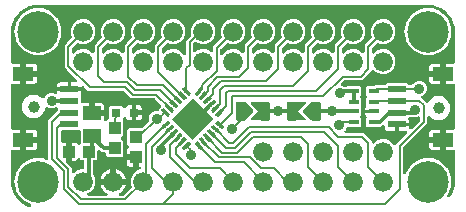
<source format=gbr>
G04 EAGLE Gerber RS-274X export*
G75*
%MOMM*%
%FSLAX34Y34*%
%LPD*%
%INTop Copper*%
%IPPOS*%
%AMOC8*
5,1,8,0,0,1.08239X$1,22.5*%
G01*
%ADD10R,1.500000X1.240000*%
%ADD11R,1.075000X1.000000*%
%ADD12R,0.900000X0.450000*%
%ADD13C,3.516000*%
%ADD14R,1.550000X0.600000*%
%ADD15R,1.800000X1.200000*%
%ADD16C,1.000000*%
%ADD17R,0.800000X0.800000*%
%ADD18R,1.000000X1.075000*%
%ADD19C,0.140000*%
%ADD20R,2.500000X2.500000*%
%ADD21C,1.676400*%
%ADD22C,0.381000*%
%ADD23C,0.889000*%
%ADD24C,0.304800*%
%ADD25C,0.203200*%

G36*
X18442Y4018D02*
X18442Y4018D01*
X18575Y4026D01*
X18600Y4035D01*
X18627Y4037D01*
X18751Y4084D01*
X18877Y4125D01*
X18900Y4139D01*
X18925Y4148D01*
X19034Y4224D01*
X19146Y4295D01*
X19164Y4314D01*
X19186Y4330D01*
X19273Y4430D01*
X19364Y4527D01*
X19376Y4550D01*
X19394Y4570D01*
X19453Y4689D01*
X19517Y4805D01*
X19524Y4831D01*
X19536Y4855D01*
X19563Y4985D01*
X19596Y5113D01*
X19596Y5140D01*
X19602Y5166D01*
X19596Y5299D01*
X19597Y5431D01*
X19590Y5457D01*
X19589Y5484D01*
X19551Y5611D01*
X19518Y5739D01*
X19505Y5763D01*
X19497Y5788D01*
X19428Y5902D01*
X19365Y6018D01*
X19347Y6038D01*
X19333Y6060D01*
X19238Y6154D01*
X19147Y6250D01*
X19125Y6265D01*
X19106Y6283D01*
X18972Y6372D01*
X16215Y7964D01*
X16213Y7965D01*
X16210Y7967D01*
X16066Y8038D01*
X14290Y8773D01*
X13693Y9370D01*
X13626Y9422D01*
X13565Y9483D01*
X13451Y9558D01*
X13442Y9565D01*
X13438Y9567D01*
X13431Y9572D01*
X11929Y10439D01*
X10139Y12903D01*
X10126Y12917D01*
X10116Y12933D01*
X10009Y13054D01*
X8773Y14290D01*
X8357Y15296D01*
X8322Y15356D01*
X8297Y15420D01*
X8211Y15556D01*
X7008Y17211D01*
X6447Y19849D01*
X6436Y19883D01*
X6431Y19919D01*
X6379Y20071D01*
X5787Y21499D01*
X5787Y22822D01*
X5781Y22874D01*
X5783Y22926D01*
X5760Y23086D01*
X5268Y25400D01*
X5760Y27714D01*
X5764Y27767D01*
X5777Y27817D01*
X5787Y27978D01*
X5787Y29301D01*
X6379Y30729D01*
X6388Y30763D01*
X6404Y30795D01*
X6447Y30951D01*
X7008Y33589D01*
X8211Y35244D01*
X8244Y35305D01*
X8286Y35360D01*
X8357Y35504D01*
X8773Y36510D01*
X10009Y37746D01*
X10021Y37761D01*
X10036Y37773D01*
X10139Y37897D01*
X11929Y40361D01*
X13431Y41228D01*
X13499Y41280D01*
X13573Y41324D01*
X13675Y41414D01*
X13684Y41421D01*
X13687Y41424D01*
X13693Y41430D01*
X14290Y42027D01*
X16066Y42762D01*
X16068Y42764D01*
X16071Y42764D01*
X16215Y42836D01*
X19179Y44547D01*
X20598Y44696D01*
X20698Y44720D01*
X20799Y44734D01*
X20887Y44764D01*
X20908Y44769D01*
X20920Y44775D01*
X20951Y44786D01*
X21499Y45013D01*
X23543Y45013D01*
X23560Y45015D01*
X23676Y45020D01*
X27504Y45422D01*
X28573Y45075D01*
X28690Y45053D01*
X28805Y45023D01*
X28865Y45019D01*
X28885Y45015D01*
X28906Y45017D01*
X28965Y45013D01*
X29301Y45013D01*
X31209Y44222D01*
X31230Y44217D01*
X31303Y44188D01*
X32120Y43922D01*
X32299Y43888D01*
X32432Y43863D01*
X32610Y43874D01*
X32749Y43883D01*
X32750Y43883D01*
X32927Y43940D01*
X33051Y43981D01*
X33052Y43981D01*
X33205Y44078D01*
X33320Y44151D01*
X33321Y44151D01*
X33411Y44247D01*
X33538Y44382D01*
X33538Y44383D01*
X33620Y44530D01*
X33692Y44661D01*
X33692Y44662D01*
X33737Y44836D01*
X33771Y44969D01*
X33771Y44970D01*
X33781Y45130D01*
X33781Y77463D01*
X41656Y85337D01*
X41716Y85415D01*
X41784Y85487D01*
X41813Y85540D01*
X41850Y85588D01*
X41890Y85679D01*
X41938Y85766D01*
X41953Y85825D01*
X41977Y85880D01*
X41992Y85978D01*
X42017Y86074D01*
X42023Y86174D01*
X42027Y86194D01*
X42025Y86207D01*
X42027Y86235D01*
X42027Y87222D01*
X42021Y87271D01*
X42023Y87321D01*
X42001Y87428D01*
X41987Y87537D01*
X41969Y87583D01*
X41959Y87632D01*
X41911Y87731D01*
X41870Y87833D01*
X41841Y87873D01*
X41819Y87918D01*
X41748Y88001D01*
X41684Y88090D01*
X41645Y88122D01*
X41613Y88160D01*
X41523Y88223D01*
X41439Y88293D01*
X41394Y88314D01*
X41353Y88343D01*
X41250Y88382D01*
X41151Y88429D01*
X41102Y88438D01*
X41056Y88456D01*
X40946Y88468D01*
X40839Y88488D01*
X40789Y88485D01*
X40740Y88491D01*
X40631Y88476D01*
X40521Y88469D01*
X40474Y88453D01*
X40425Y88446D01*
X40272Y88394D01*
X38119Y87502D01*
X35541Y87502D01*
X33259Y88448D01*
X33211Y88461D01*
X33166Y88482D01*
X33058Y88503D01*
X32952Y88532D01*
X32902Y88533D01*
X32853Y88542D01*
X32744Y88535D01*
X32634Y88537D01*
X32586Y88525D01*
X32536Y88522D01*
X32432Y88488D01*
X32325Y88463D01*
X32281Y88439D01*
X32234Y88424D01*
X32141Y88365D01*
X32044Y88314D01*
X32007Y88281D01*
X31965Y88254D01*
X31890Y88174D01*
X31808Y88100D01*
X31781Y88059D01*
X31747Y88022D01*
X31694Y87926D01*
X31634Y87834D01*
X31617Y87787D01*
X31593Y87744D01*
X31566Y87638D01*
X31530Y87534D01*
X31526Y87484D01*
X31514Y87436D01*
X31504Y87275D01*
X31504Y86244D01*
X28847Y81643D01*
X24246Y78986D01*
X18934Y78986D01*
X14333Y81643D01*
X11676Y86244D01*
X11676Y91556D01*
X14333Y96157D01*
X18934Y98814D01*
X24246Y98814D01*
X29106Y96008D01*
X29145Y95992D01*
X29181Y95968D01*
X29291Y95930D01*
X29399Y95885D01*
X29441Y95879D01*
X29482Y95865D01*
X29598Y95856D01*
X29713Y95839D01*
X29756Y95843D01*
X29799Y95840D01*
X29914Y95860D01*
X30030Y95872D01*
X30070Y95887D01*
X30112Y95894D01*
X30218Y95942D01*
X30328Y95982D01*
X30363Y96007D01*
X30402Y96025D01*
X30493Y96097D01*
X30589Y96164D01*
X30617Y96196D01*
X30651Y96223D01*
X30721Y96316D01*
X30797Y96404D01*
X30816Y96443D01*
X30842Y96477D01*
X30913Y96622D01*
X31338Y97649D01*
X33161Y99472D01*
X35541Y100458D01*
X38119Y100458D01*
X39764Y99776D01*
X39812Y99763D01*
X39857Y99742D01*
X39965Y99721D01*
X40071Y99692D01*
X40121Y99691D01*
X40170Y99682D01*
X40279Y99689D01*
X40389Y99687D01*
X40437Y99699D01*
X40487Y99702D01*
X40591Y99736D01*
X40698Y99761D01*
X40742Y99784D01*
X40789Y99800D01*
X40882Y99859D01*
X40979Y99910D01*
X41016Y99943D01*
X41058Y99970D01*
X41133Y100050D01*
X41215Y100124D01*
X41242Y100165D01*
X41276Y100202D01*
X41329Y100298D01*
X41389Y100390D01*
X41406Y100437D01*
X41430Y100480D01*
X41457Y100586D01*
X41493Y100690D01*
X41497Y100740D01*
X41509Y100788D01*
X41519Y100949D01*
X41519Y102401D01*
X51580Y102401D01*
X51698Y102416D01*
X51817Y102423D01*
X51824Y102425D01*
X51880Y102411D01*
X51940Y102407D01*
X51960Y102403D01*
X51980Y102405D01*
X52040Y102401D01*
X62101Y102401D01*
X62101Y100566D01*
X61928Y99919D01*
X61552Y99269D01*
X61540Y99255D01*
X61521Y99219D01*
X61497Y99188D01*
X61449Y99078D01*
X61395Y98972D01*
X61386Y98933D01*
X61370Y98896D01*
X61352Y98778D01*
X61325Y98661D01*
X61327Y98622D01*
X61320Y98582D01*
X61331Y98463D01*
X61335Y98343D01*
X61346Y98305D01*
X61350Y98265D01*
X61390Y98153D01*
X61423Y98038D01*
X61444Y98004D01*
X61457Y97966D01*
X61524Y97867D01*
X61585Y97764D01*
X61593Y97755D01*
X61593Y93101D01*
X61609Y92976D01*
X61618Y92851D01*
X61628Y92819D01*
X61633Y92786D01*
X61679Y92669D01*
X61719Y92550D01*
X61737Y92521D01*
X61750Y92490D01*
X61824Y92388D01*
X61892Y92283D01*
X61917Y92260D01*
X61936Y92233D01*
X62033Y92152D01*
X62126Y92067D01*
X62155Y92051D01*
X62181Y92030D01*
X62295Y91976D01*
X62406Y91917D01*
X62439Y91909D01*
X62469Y91894D01*
X62592Y91871D01*
X62715Y91841D01*
X62748Y91841D01*
X62781Y91835D01*
X62907Y91842D01*
X63033Y91844D01*
X63081Y91853D01*
X63099Y91854D01*
X63119Y91861D01*
X63191Y91875D01*
X63285Y91901D01*
X68581Y91901D01*
X68581Y84430D01*
X68596Y84312D01*
X68603Y84193D01*
X68616Y84155D01*
X68621Y84115D01*
X68664Y84004D01*
X68701Y83891D01*
X68723Y83856D01*
X68738Y83819D01*
X68808Y83723D01*
X68871Y83622D01*
X68901Y83594D01*
X68925Y83562D01*
X69016Y83486D01*
X69103Y83404D01*
X69138Y83385D01*
X69169Y83359D01*
X69277Y83308D01*
X69381Y83251D01*
X69421Y83240D01*
X69457Y83223D01*
X69574Y83201D01*
X69689Y83171D01*
X69750Y83167D01*
X69770Y83163D01*
X69790Y83165D01*
X69850Y83161D01*
X71121Y83161D01*
X71121Y81890D01*
X71136Y81772D01*
X71143Y81653D01*
X71156Y81615D01*
X71161Y81575D01*
X71205Y81464D01*
X71241Y81351D01*
X71263Y81316D01*
X71278Y81279D01*
X71348Y81183D01*
X71411Y81082D01*
X71441Y81054D01*
X71465Y81021D01*
X71556Y80946D01*
X71643Y80864D01*
X71678Y80844D01*
X71710Y80819D01*
X71817Y80768D01*
X71921Y80710D01*
X71961Y80700D01*
X71997Y80683D01*
X72114Y80661D01*
X72229Y80631D01*
X72290Y80627D01*
X72310Y80623D01*
X72330Y80625D01*
X72390Y80621D01*
X81161Y80621D01*
X81161Y78035D01*
X81178Y77896D01*
X81191Y77758D01*
X81198Y77739D01*
X81201Y77719D01*
X81252Y77590D01*
X81299Y77459D01*
X81310Y77442D01*
X81318Y77423D01*
X81399Y77311D01*
X81477Y77196D01*
X81493Y77183D01*
X81504Y77166D01*
X81612Y77077D01*
X81716Y76985D01*
X81734Y76976D01*
X81749Y76963D01*
X81875Y76904D01*
X81999Y76841D01*
X82019Y76836D01*
X82037Y76828D01*
X82174Y76802D01*
X82309Y76771D01*
X82330Y76772D01*
X82349Y76768D01*
X82488Y76777D01*
X82627Y76781D01*
X82647Y76786D01*
X82667Y76788D01*
X82799Y76830D01*
X82933Y76869D01*
X82950Y76880D01*
X82969Y76886D01*
X83087Y76960D01*
X83207Y77031D01*
X83228Y77049D01*
X83238Y77056D01*
X83252Y77071D01*
X83327Y77137D01*
X84338Y78148D01*
X84376Y78153D01*
X84495Y78160D01*
X84533Y78173D01*
X84574Y78178D01*
X84684Y78221D01*
X84797Y78258D01*
X84832Y78280D01*
X84869Y78295D01*
X84965Y78364D01*
X85066Y78428D01*
X85094Y78458D01*
X85127Y78481D01*
X85203Y78573D01*
X85284Y78660D01*
X85304Y78695D01*
X85329Y78726D01*
X85380Y78834D01*
X85438Y78938D01*
X85448Y78978D01*
X85465Y79014D01*
X85487Y79131D01*
X85517Y79246D01*
X85521Y79306D01*
X85525Y79326D01*
X85523Y79347D01*
X85527Y79407D01*
X85527Y88662D01*
X86718Y89853D01*
X96402Y89853D01*
X97604Y88651D01*
X97612Y88588D01*
X97629Y88437D01*
X97632Y88431D01*
X97633Y88424D01*
X97689Y88281D01*
X97743Y88140D01*
X97747Y88134D01*
X97750Y88128D01*
X97839Y88004D01*
X97927Y87881D01*
X97932Y87876D01*
X97936Y87871D01*
X98056Y87772D01*
X98170Y87675D01*
X98176Y87672D01*
X98181Y87668D01*
X98319Y87603D01*
X98456Y87537D01*
X98463Y87535D01*
X98469Y87532D01*
X98617Y87504D01*
X98768Y87474D01*
X98775Y87474D01*
X98781Y87473D01*
X98933Y87482D01*
X99086Y87490D01*
X99092Y87492D01*
X99099Y87492D01*
X99243Y87539D01*
X99389Y87585D01*
X99395Y87588D01*
X99401Y87590D01*
X99530Y87672D01*
X99660Y87752D01*
X99664Y87757D01*
X99670Y87761D01*
X99775Y87872D01*
X99880Y87981D01*
X99883Y87987D01*
X99888Y87992D01*
X99962Y88126D01*
X100037Y88258D01*
X100039Y88267D01*
X100042Y88271D01*
X100044Y88281D01*
X100088Y88411D01*
X100192Y88801D01*
X100527Y89380D01*
X101000Y89853D01*
X101579Y90188D01*
X102226Y90361D01*
X104561Y90361D01*
X104561Y84550D01*
X104576Y84432D01*
X104583Y84313D01*
X104595Y84275D01*
X104601Y84235D01*
X104644Y84124D01*
X104681Y84011D01*
X104703Y83977D01*
X104718Y83939D01*
X104787Y83843D01*
X104798Y83826D01*
X104784Y83802D01*
X104759Y83770D01*
X104708Y83663D01*
X104650Y83558D01*
X104640Y83519D01*
X104623Y83483D01*
X104601Y83366D01*
X104571Y83250D01*
X104567Y83190D01*
X104563Y83170D01*
X104565Y83150D01*
X104561Y83090D01*
X104561Y77279D01*
X102226Y77279D01*
X101579Y77452D01*
X101000Y77787D01*
X100527Y78260D01*
X100192Y78839D01*
X100088Y79229D01*
X100042Y79341D01*
X100014Y79429D01*
X99996Y79457D01*
X99974Y79512D01*
X99970Y79517D01*
X99968Y79524D01*
X99877Y79646D01*
X99873Y79651D01*
X99844Y79698D01*
X99830Y79711D01*
X99788Y79769D01*
X99782Y79774D01*
X99778Y79779D01*
X99660Y79875D01*
X99623Y79905D01*
X99612Y79916D01*
X99607Y79918D01*
X99543Y79972D01*
X99536Y79975D01*
X99531Y79979D01*
X99391Y80043D01*
X99255Y80108D01*
X99248Y80109D01*
X99242Y80112D01*
X99091Y80139D01*
X98942Y80167D01*
X98936Y80167D01*
X98929Y80168D01*
X98777Y80157D01*
X98625Y80148D01*
X98619Y80146D01*
X98612Y80145D01*
X98467Y80096D01*
X98323Y80050D01*
X98317Y80046D01*
X98310Y80044D01*
X98183Y79961D01*
X98054Y79879D01*
X98049Y79874D01*
X98044Y79871D01*
X97940Y79759D01*
X97836Y79648D01*
X97833Y79642D01*
X97828Y79637D01*
X97795Y79576D01*
X97791Y79570D01*
X97779Y79545D01*
X97756Y79502D01*
X97682Y79369D01*
X97681Y79363D01*
X97678Y79357D01*
X97664Y79301D01*
X97655Y79283D01*
X97641Y79208D01*
X97603Y79061D01*
X97602Y79052D01*
X97601Y79048D01*
X97601Y79037D01*
X97598Y78985D01*
X97598Y78983D01*
X97280Y78665D01*
X97207Y78571D01*
X97128Y78482D01*
X97110Y78446D01*
X97085Y78414D01*
X97037Y78304D01*
X96983Y78198D01*
X96975Y78159D01*
X96958Y78122D01*
X96940Y78004D01*
X96914Y77888D01*
X96915Y77848D01*
X96909Y77808D01*
X96920Y77689D01*
X96923Y77570D01*
X96935Y77531D01*
X96938Y77491D01*
X96979Y77379D01*
X97012Y77265D01*
X97032Y77230D01*
X97046Y77192D01*
X97113Y77094D01*
X97173Y76991D01*
X97203Y76957D01*
X97203Y64513D01*
X95817Y63127D01*
X95744Y63033D01*
X95665Y62944D01*
X95647Y62908D01*
X95622Y62876D01*
X95575Y62767D01*
X95521Y62661D01*
X95512Y62622D01*
X95496Y62584D01*
X95477Y62467D01*
X95451Y62351D01*
X95452Y62310D01*
X95446Y62270D01*
X95457Y62152D01*
X95461Y62033D01*
X95472Y61994D01*
X95476Y61954D01*
X95516Y61842D01*
X95549Y61727D01*
X95570Y61692D01*
X95583Y61654D01*
X95650Y61556D01*
X95711Y61453D01*
X95751Y61408D01*
X95762Y61391D01*
X95777Y61378D01*
X95817Y61332D01*
X97203Y59947D01*
X97203Y47513D01*
X96012Y46322D01*
X84328Y46322D01*
X83137Y47513D01*
X83137Y48904D01*
X83122Y49022D01*
X83115Y49141D01*
X83102Y49179D01*
X83097Y49220D01*
X83054Y49330D01*
X83017Y49443D01*
X82995Y49478D01*
X82980Y49515D01*
X82911Y49611D01*
X82847Y49712D01*
X82817Y49740D01*
X82794Y49773D01*
X82702Y49849D01*
X82615Y49930D01*
X82580Y49950D01*
X82549Y49975D01*
X82441Y50026D01*
X82337Y50084D01*
X82297Y50094D01*
X82261Y50111D01*
X82144Y50133D01*
X82029Y50163D01*
X81969Y50167D01*
X81949Y50171D01*
X81928Y50169D01*
X81868Y50173D01*
X79417Y50173D01*
X77764Y51826D01*
X77655Y51911D01*
X77548Y51999D01*
X77529Y52008D01*
X77513Y52021D01*
X77385Y52076D01*
X77260Y52135D01*
X77240Y52139D01*
X77221Y52147D01*
X77083Y52169D01*
X76947Y52195D01*
X76927Y52194D01*
X76907Y52197D01*
X76768Y52184D01*
X76630Y52175D01*
X76611Y52169D01*
X76591Y52167D01*
X76459Y52120D01*
X76328Y52077D01*
X76310Y52066D01*
X76291Y52059D01*
X76176Y51981D01*
X76059Y51907D01*
X76045Y51892D01*
X76028Y51881D01*
X75936Y51776D01*
X75841Y51675D01*
X75831Y51658D01*
X75818Y51642D01*
X75754Y51518D01*
X75687Y51397D01*
X75682Y51377D01*
X75673Y51359D01*
X75643Y51223D01*
X75608Y51089D01*
X75606Y51061D01*
X75603Y51049D01*
X75604Y51028D01*
X75598Y50928D01*
X75598Y44958D01*
X74407Y43767D01*
X73016Y43767D01*
X72898Y43752D01*
X72779Y43745D01*
X72741Y43732D01*
X72700Y43727D01*
X72590Y43684D01*
X72477Y43647D01*
X72442Y43625D01*
X72405Y43610D01*
X72309Y43541D01*
X72208Y43477D01*
X72180Y43447D01*
X72147Y43424D01*
X72071Y43332D01*
X71990Y43245D01*
X71970Y43210D01*
X71945Y43179D01*
X71894Y43071D01*
X71836Y42967D01*
X71826Y42927D01*
X71809Y42891D01*
X71787Y42774D01*
X71757Y42659D01*
X71753Y42599D01*
X71749Y42579D01*
X71751Y42558D01*
X71747Y42498D01*
X71747Y32408D01*
X71759Y32309D01*
X71762Y32210D01*
X71779Y32152D01*
X71787Y32092D01*
X71823Y32000D01*
X71851Y31905D01*
X71881Y31853D01*
X71904Y31796D01*
X71962Y31716D01*
X72012Y31631D01*
X72078Y31556D01*
X72090Y31539D01*
X72100Y31531D01*
X72118Y31510D01*
X72329Y31299D01*
X73915Y27472D01*
X73915Y23328D01*
X72329Y19501D01*
X69399Y16571D01*
X67791Y15905D01*
X67730Y15870D01*
X67666Y15844D01*
X67593Y15792D01*
X67515Y15747D01*
X67465Y15699D01*
X67408Y15658D01*
X67351Y15588D01*
X67286Y15526D01*
X67250Y15466D01*
X67205Y15413D01*
X67167Y15331D01*
X67120Y15255D01*
X67100Y15188D01*
X67070Y15125D01*
X67053Y15037D01*
X67027Y14951D01*
X67023Y14881D01*
X67010Y14812D01*
X67016Y14723D01*
X67011Y14633D01*
X67026Y14565D01*
X67030Y14495D01*
X67058Y14410D01*
X67076Y14322D01*
X67106Y14259D01*
X67128Y14193D01*
X67176Y14117D01*
X67215Y14036D01*
X67261Y13983D01*
X67298Y13924D01*
X67364Y13862D01*
X67422Y13794D01*
X67479Y13754D01*
X67530Y13706D01*
X67608Y13663D01*
X67682Y13611D01*
X67747Y13586D01*
X67808Y13552D01*
X67895Y13530D01*
X67979Y13498D01*
X68049Y13490D01*
X68116Y13473D01*
X68277Y13463D01*
X82982Y13463D01*
X83002Y13465D01*
X83022Y13463D01*
X83159Y13485D01*
X83298Y13503D01*
X83316Y13510D01*
X83336Y13513D01*
X83464Y13568D01*
X83593Y13620D01*
X83609Y13631D01*
X83628Y13639D01*
X83738Y13725D01*
X83851Y13806D01*
X83863Y13822D01*
X83879Y13834D01*
X83965Y13944D01*
X84053Y14051D01*
X84062Y14069D01*
X84074Y14085D01*
X84130Y14213D01*
X84189Y14339D01*
X84193Y14359D01*
X84201Y14377D01*
X84223Y14515D01*
X84249Y14651D01*
X84248Y14671D01*
X84251Y14691D01*
X84238Y14830D01*
X84229Y14969D01*
X84223Y14988D01*
X84221Y15008D01*
X84174Y15139D01*
X84131Y15271D01*
X84120Y15288D01*
X84114Y15307D01*
X84035Y15423D01*
X83961Y15540D01*
X83946Y15554D01*
X83935Y15570D01*
X83830Y15663D01*
X83729Y15758D01*
X83712Y15768D01*
X83697Y15781D01*
X83558Y15863D01*
X83175Y16058D01*
X81784Y17069D01*
X80569Y18284D01*
X79558Y19675D01*
X78777Y21207D01*
X78246Y22842D01*
X78237Y22901D01*
X87670Y22901D01*
X87788Y22916D01*
X87907Y22923D01*
X87945Y22935D01*
X87985Y22941D01*
X88096Y22984D01*
X88209Y23021D01*
X88243Y23043D01*
X88281Y23058D01*
X88377Y23127D01*
X88478Y23191D01*
X88506Y23221D01*
X88538Y23244D01*
X88614Y23336D01*
X88696Y23423D01*
X88715Y23458D01*
X88741Y23489D01*
X88792Y23597D01*
X88849Y23701D01*
X88859Y23741D01*
X88877Y23777D01*
X88897Y23884D01*
X88901Y23854D01*
X88945Y23744D01*
X88981Y23631D01*
X89003Y23596D01*
X89018Y23559D01*
X89088Y23462D01*
X89151Y23362D01*
X89181Y23334D01*
X89205Y23301D01*
X89296Y23225D01*
X89383Y23144D01*
X89418Y23124D01*
X89450Y23099D01*
X89557Y23048D01*
X89662Y22990D01*
X89701Y22980D01*
X89737Y22963D01*
X89854Y22941D01*
X89970Y22911D01*
X90030Y22907D01*
X90050Y22903D01*
X90070Y22905D01*
X90130Y22901D01*
X99563Y22901D01*
X99554Y22842D01*
X99023Y21207D01*
X98242Y19675D01*
X97231Y18284D01*
X96016Y17069D01*
X94625Y16058D01*
X94242Y15863D01*
X94225Y15852D01*
X94207Y15844D01*
X94094Y15763D01*
X93979Y15684D01*
X93966Y15669D01*
X93949Y15658D01*
X93860Y15550D01*
X93768Y15446D01*
X93759Y15428D01*
X93747Y15413D01*
X93687Y15287D01*
X93624Y15162D01*
X93619Y15143D01*
X93611Y15125D01*
X93585Y14988D01*
X93554Y14852D01*
X93555Y14832D01*
X93551Y14812D01*
X93560Y14673D01*
X93564Y14534D01*
X93570Y14515D01*
X93571Y14495D01*
X93614Y14363D01*
X93653Y14229D01*
X93663Y14211D01*
X93669Y14193D01*
X93743Y14075D01*
X93814Y13955D01*
X93829Y13941D01*
X93839Y13924D01*
X93941Y13828D01*
X94039Y13730D01*
X94056Y13720D01*
X94071Y13706D01*
X94193Y13639D01*
X94313Y13568D01*
X94332Y13562D01*
X94349Y13552D01*
X94484Y13518D01*
X94618Y13479D01*
X94638Y13478D01*
X94657Y13473D01*
X94818Y13463D01*
X97525Y13463D01*
X97624Y13475D01*
X97723Y13478D01*
X97781Y13495D01*
X97841Y13503D01*
X97933Y13539D01*
X98028Y13567D01*
X98080Y13597D01*
X98137Y13620D01*
X98217Y13678D01*
X98302Y13728D01*
X98377Y13794D01*
X98394Y13806D01*
X98402Y13816D01*
X98423Y13834D01*
X104466Y19878D01*
X104485Y19901D01*
X104507Y19920D01*
X104582Y20026D01*
X104661Y20129D01*
X104673Y20156D01*
X104690Y20180D01*
X104736Y20302D01*
X104788Y20421D01*
X104792Y20450D01*
X104803Y20478D01*
X104817Y20607D01*
X104838Y20735D01*
X104835Y20765D01*
X104838Y20794D01*
X104820Y20922D01*
X104808Y21052D01*
X104798Y21080D01*
X104794Y21109D01*
X104742Y21261D01*
X103885Y23328D01*
X103885Y27472D01*
X105471Y31299D01*
X108401Y34229D01*
X112078Y35752D01*
X112139Y35787D01*
X112203Y35813D01*
X112276Y35865D01*
X112354Y35910D01*
X112404Y35958D01*
X112461Y35999D01*
X112518Y36069D01*
X112583Y36131D01*
X112619Y36191D01*
X112664Y36244D01*
X112702Y36326D01*
X112749Y36402D01*
X112769Y36469D01*
X112799Y36532D01*
X112816Y36620D01*
X112842Y36706D01*
X112846Y36776D01*
X112859Y36845D01*
X112853Y36934D01*
X112858Y37024D01*
X112843Y37092D01*
X112839Y37162D01*
X112811Y37247D01*
X112793Y37335D01*
X112763Y37398D01*
X112741Y37464D01*
X112693Y37540D01*
X112654Y37621D01*
X112608Y37674D01*
X112571Y37733D01*
X112506Y37795D01*
X112447Y37863D01*
X112390Y37903D01*
X112339Y37951D01*
X112261Y37994D01*
X112187Y38046D01*
X112122Y38071D01*
X112061Y38105D01*
X111974Y38127D01*
X111890Y38159D01*
X111820Y38167D01*
X111753Y38184D01*
X111592Y38194D01*
X110449Y38194D01*
X110449Y44880D01*
X110434Y44998D01*
X110427Y45117D01*
X110414Y45155D01*
X110409Y45195D01*
X110366Y45306D01*
X110329Y45419D01*
X110307Y45453D01*
X110292Y45491D01*
X110223Y45587D01*
X110159Y45688D01*
X110129Y45716D01*
X110106Y45748D01*
X110014Y45824D01*
X109927Y45906D01*
X109892Y45925D01*
X109861Y45951D01*
X109753Y46002D01*
X109649Y46059D01*
X109609Y46069D01*
X109573Y46087D01*
X109456Y46109D01*
X109341Y46139D01*
X109281Y46143D01*
X109261Y46146D01*
X109240Y46145D01*
X109180Y46149D01*
X107989Y46149D01*
X107989Y47340D01*
X107974Y47458D01*
X107967Y47577D01*
X107954Y47615D01*
X107949Y47656D01*
X107905Y47766D01*
X107869Y47879D01*
X107847Y47914D01*
X107832Y47951D01*
X107762Y48047D01*
X107699Y48148D01*
X107669Y48176D01*
X107645Y48209D01*
X107554Y48285D01*
X107467Y48366D01*
X107432Y48386D01*
X107400Y48411D01*
X107293Y48462D01*
X107188Y48520D01*
X107149Y48530D01*
X107113Y48547D01*
X106996Y48569D01*
X106880Y48599D01*
X106820Y48603D01*
X106800Y48607D01*
X106780Y48605D01*
X106720Y48609D01*
X100409Y48609D01*
X100409Y51819D01*
X100582Y52466D01*
X100917Y53045D01*
X101390Y53518D01*
X101797Y53753D01*
X101897Y53829D01*
X102002Y53900D01*
X102024Y53925D01*
X102051Y53946D01*
X102129Y54044D01*
X102212Y54138D01*
X102227Y54168D01*
X102248Y54195D01*
X102299Y54310D01*
X102357Y54422D01*
X102364Y54454D01*
X102378Y54485D01*
X102399Y54609D01*
X102426Y54732D01*
X102425Y54766D01*
X102431Y54799D01*
X102420Y54924D01*
X102417Y55050D01*
X102407Y55082D01*
X102404Y55116D01*
X102363Y55234D01*
X102328Y55355D01*
X102311Y55384D01*
X102300Y55416D01*
X102230Y55521D01*
X102167Y55629D01*
X102134Y55666D01*
X102124Y55681D01*
X102108Y55696D01*
X102060Y55750D01*
X100917Y56893D01*
X100917Y69327D01*
X102108Y70518D01*
X112670Y70518D01*
X112769Y70530D01*
X112868Y70533D01*
X112926Y70550D01*
X112986Y70558D01*
X113078Y70594D01*
X113173Y70622D01*
X113225Y70652D01*
X113282Y70675D01*
X113362Y70733D01*
X113447Y70783D01*
X113522Y70849D01*
X113539Y70861D01*
X113547Y70871D01*
X113568Y70889D01*
X118910Y76231D01*
X118928Y76255D01*
X118951Y76274D01*
X119025Y76380D01*
X119105Y76482D01*
X119116Y76510D01*
X119134Y76534D01*
X119179Y76655D01*
X119231Y76774D01*
X119236Y76804D01*
X119246Y76832D01*
X119260Y76960D01*
X119281Y77088D01*
X119278Y77118D01*
X119281Y77148D01*
X119263Y77276D01*
X119252Y77391D01*
X119252Y80029D01*
X120238Y82409D01*
X122061Y84232D01*
X124441Y85218D01*
X126399Y85218D01*
X126517Y85233D01*
X126636Y85240D01*
X126674Y85253D01*
X126714Y85258D01*
X126825Y85301D01*
X126938Y85338D01*
X126972Y85360D01*
X127010Y85375D01*
X127106Y85444D01*
X127207Y85508D01*
X127234Y85538D01*
X127267Y85561D01*
X127343Y85653D01*
X127425Y85740D01*
X127444Y85775D01*
X127470Y85806D01*
X127521Y85914D01*
X127578Y86018D01*
X127588Y86058D01*
X127606Y86094D01*
X127628Y86211D01*
X127658Y86326D01*
X127661Y86386D01*
X127665Y86406D01*
X127664Y86420D01*
X127665Y86425D01*
X127665Y86436D01*
X127668Y86487D01*
X127668Y87014D01*
X129446Y88791D01*
X129519Y88885D01*
X129597Y88975D01*
X129616Y89011D01*
X129640Y89043D01*
X129688Y89152D01*
X129742Y89258D01*
X129751Y89297D01*
X129767Y89334D01*
X129785Y89452D01*
X129812Y89568D01*
X129810Y89608D01*
X129817Y89649D01*
X129805Y89767D01*
X129802Y89886D01*
X129791Y89925D01*
X129787Y89965D01*
X129747Y90077D01*
X129713Y90192D01*
X129693Y90226D01*
X129679Y90264D01*
X129612Y90363D01*
X129552Y90465D01*
X129512Y90511D01*
X129501Y90528D01*
X129485Y90541D01*
X129446Y90586D01*
X124392Y95640D01*
X124314Y95700D01*
X124242Y95768D01*
X124189Y95797D01*
X124141Y95834D01*
X124050Y95874D01*
X123963Y95922D01*
X123905Y95937D01*
X123849Y95961D01*
X123751Y95976D01*
X123655Y96001D01*
X123555Y96007D01*
X123535Y96011D01*
X123523Y96009D01*
X123495Y96011D01*
X104147Y96011D01*
X98169Y101990D01*
X98091Y102050D01*
X98019Y102118D01*
X97966Y102147D01*
X97918Y102184D01*
X97827Y102224D01*
X97740Y102272D01*
X97681Y102287D01*
X97626Y102311D01*
X97528Y102326D01*
X97432Y102351D01*
X97332Y102357D01*
X97312Y102361D01*
X97299Y102359D01*
X97271Y102361D01*
X67663Y102361D01*
X65505Y104519D01*
X64267Y105756D01*
X64158Y105841D01*
X64051Y105930D01*
X64032Y105939D01*
X64016Y105951D01*
X63889Y106007D01*
X63763Y106066D01*
X63743Y106070D01*
X63724Y106078D01*
X63586Y106100D01*
X63450Y106126D01*
X63430Y106124D01*
X63410Y106128D01*
X63271Y106115D01*
X63133Y106106D01*
X63114Y106100D01*
X63094Y106098D01*
X62962Y106051D01*
X62831Y106008D01*
X62813Y105997D01*
X62794Y105990D01*
X62679Y105912D01*
X62562Y105838D01*
X62548Y105823D01*
X62531Y105812D01*
X62439Y105708D01*
X62344Y105606D01*
X62334Y105588D01*
X62321Y105573D01*
X62258Y105449D01*
X62230Y105399D01*
X53309Y105399D01*
X53309Y109441D01*
X57519Y109441D01*
X57657Y109458D01*
X57795Y109471D01*
X57814Y109478D01*
X57835Y109481D01*
X57964Y109532D01*
X58095Y109579D01*
X58111Y109590D01*
X58130Y109598D01*
X58242Y109679D01*
X58358Y109757D01*
X58371Y109773D01*
X58388Y109784D01*
X58476Y109891D01*
X58568Y109996D01*
X58577Y110014D01*
X58590Y110029D01*
X58650Y110155D01*
X58713Y110279D01*
X58717Y110299D01*
X58726Y110317D01*
X58752Y110453D01*
X58782Y110589D01*
X58782Y110610D01*
X58786Y110629D01*
X58777Y110768D01*
X58773Y110907D01*
X58767Y110927D01*
X58766Y110947D01*
X58723Y111079D01*
X58684Y111213D01*
X58674Y111230D01*
X58668Y111249D01*
X58593Y111367D01*
X58523Y111487D01*
X58504Y111508D01*
X58498Y111518D01*
X58483Y111532D01*
X58416Y111607D01*
X49909Y120115D01*
X47751Y122273D01*
X47751Y140963D01*
X49909Y143120D01*
X53666Y146878D01*
X53685Y146901D01*
X53707Y146920D01*
X53782Y147026D01*
X53861Y147129D01*
X53873Y147156D01*
X53890Y147180D01*
X53936Y147302D01*
X53988Y147421D01*
X53992Y147450D01*
X54003Y147478D01*
X54017Y147607D01*
X54038Y147735D01*
X54035Y147765D01*
X54038Y147794D01*
X54020Y147922D01*
X54008Y148052D01*
X53998Y148080D01*
X53994Y148109D01*
X53942Y148261D01*
X53085Y150328D01*
X53085Y154472D01*
X54671Y158299D01*
X57601Y161229D01*
X61428Y162815D01*
X65572Y162815D01*
X69399Y161229D01*
X72329Y158299D01*
X73915Y154472D01*
X73915Y150328D01*
X72329Y146501D01*
X69399Y143571D01*
X65572Y141985D01*
X61428Y141985D01*
X59361Y142842D01*
X59333Y142849D01*
X59306Y142863D01*
X59180Y142891D01*
X59054Y142925D01*
X59025Y142926D01*
X58996Y142932D01*
X58866Y142928D01*
X58736Y142931D01*
X58708Y142924D01*
X58678Y142923D01*
X58554Y142887D01*
X58427Y142856D01*
X58401Y142843D01*
X58373Y142834D01*
X58261Y142769D01*
X58146Y142708D01*
X58124Y142688D01*
X58099Y142673D01*
X57978Y142566D01*
X54220Y138809D01*
X54160Y138731D01*
X54092Y138659D01*
X54063Y138606D01*
X54026Y138558D01*
X53986Y138467D01*
X53938Y138380D01*
X53923Y138321D01*
X53899Y138266D01*
X53884Y138168D01*
X53859Y138072D01*
X53853Y137972D01*
X53849Y137952D01*
X53851Y137939D01*
X53849Y137911D01*
X53849Y135142D01*
X53866Y135004D01*
X53879Y134865D01*
X53886Y134846D01*
X53889Y134826D01*
X53940Y134697D01*
X53987Y134566D01*
X53998Y134549D01*
X54006Y134530D01*
X54087Y134418D01*
X54165Y134303D01*
X54181Y134289D01*
X54192Y134273D01*
X54300Y134184D01*
X54404Y134092D01*
X54422Y134083D01*
X54437Y134070D01*
X54563Y134011D01*
X54687Y133948D01*
X54707Y133943D01*
X54725Y133935D01*
X54862Y133909D01*
X54997Y133878D01*
X55018Y133879D01*
X55037Y133875D01*
X55176Y133884D01*
X55315Y133888D01*
X55335Y133893D01*
X55355Y133895D01*
X55487Y133937D01*
X55621Y133976D01*
X55638Y133986D01*
X55657Y133993D01*
X55775Y134067D01*
X55895Y134138D01*
X55916Y134156D01*
X55926Y134163D01*
X55940Y134178D01*
X56015Y134244D01*
X57601Y135829D01*
X61428Y137415D01*
X65572Y137415D01*
X69399Y135829D01*
X70985Y134244D01*
X71094Y134159D01*
X71201Y134070D01*
X71220Y134062D01*
X71236Y134049D01*
X71364Y133994D01*
X71489Y133935D01*
X71509Y133931D01*
X71528Y133923D01*
X71666Y133901D01*
X71802Y133875D01*
X71822Y133876D01*
X71842Y133873D01*
X71981Y133886D01*
X72119Y133895D01*
X72138Y133901D01*
X72158Y133903D01*
X72290Y133950D01*
X72421Y133993D01*
X72439Y134004D01*
X72458Y134010D01*
X72573Y134088D01*
X72690Y134163D01*
X72704Y134178D01*
X72721Y134189D01*
X72813Y134293D01*
X72908Y134394D01*
X72918Y134412D01*
X72931Y134427D01*
X72995Y134552D01*
X73062Y134673D01*
X73067Y134693D01*
X73076Y134711D01*
X73106Y134846D01*
X73141Y134981D01*
X73143Y135009D01*
X73146Y135021D01*
X73145Y135041D01*
X73151Y135142D01*
X73151Y140963D01*
X75309Y143120D01*
X79066Y146878D01*
X79085Y146901D01*
X79107Y146920D01*
X79182Y147026D01*
X79261Y147129D01*
X79273Y147156D01*
X79290Y147180D01*
X79336Y147302D01*
X79388Y147421D01*
X79392Y147450D01*
X79403Y147478D01*
X79417Y147607D01*
X79438Y147735D01*
X79435Y147765D01*
X79438Y147794D01*
X79420Y147922D01*
X79408Y148052D01*
X79398Y148080D01*
X79394Y148109D01*
X79342Y148261D01*
X78485Y150328D01*
X78485Y154472D01*
X80071Y158299D01*
X83001Y161229D01*
X86828Y162815D01*
X90972Y162815D01*
X94799Y161229D01*
X97729Y158299D01*
X99315Y154472D01*
X99315Y150328D01*
X97729Y146501D01*
X94799Y143571D01*
X90972Y141985D01*
X86828Y141985D01*
X84761Y142842D01*
X84733Y142849D01*
X84706Y142863D01*
X84580Y142891D01*
X84454Y142925D01*
X84425Y142926D01*
X84396Y142932D01*
X84266Y142928D01*
X84136Y142931D01*
X84108Y142924D01*
X84078Y142923D01*
X83954Y142887D01*
X83827Y142856D01*
X83801Y142843D01*
X83773Y142834D01*
X83661Y142769D01*
X83546Y142708D01*
X83524Y142688D01*
X83499Y142673D01*
X83378Y142566D01*
X79620Y138809D01*
X79560Y138731D01*
X79492Y138659D01*
X79463Y138606D01*
X79426Y138558D01*
X79386Y138467D01*
X79338Y138380D01*
X79323Y138321D01*
X79299Y138266D01*
X79284Y138168D01*
X79259Y138072D01*
X79253Y137972D01*
X79249Y137952D01*
X79251Y137939D01*
X79249Y137911D01*
X79249Y135142D01*
X79266Y135004D01*
X79279Y134865D01*
X79286Y134846D01*
X79289Y134826D01*
X79340Y134697D01*
X79387Y134566D01*
X79398Y134549D01*
X79406Y134530D01*
X79487Y134418D01*
X79565Y134303D01*
X79581Y134289D01*
X79592Y134273D01*
X79700Y134184D01*
X79804Y134092D01*
X79822Y134083D01*
X79837Y134070D01*
X79963Y134011D01*
X80087Y133948D01*
X80107Y133943D01*
X80125Y133935D01*
X80262Y133909D01*
X80397Y133878D01*
X80418Y133879D01*
X80437Y133875D01*
X80576Y133884D01*
X80715Y133888D01*
X80735Y133893D01*
X80755Y133895D01*
X80887Y133937D01*
X81021Y133976D01*
X81038Y133986D01*
X81057Y133993D01*
X81175Y134067D01*
X81295Y134138D01*
X81316Y134156D01*
X81326Y134163D01*
X81340Y134178D01*
X81415Y134244D01*
X83001Y135829D01*
X86828Y137415D01*
X90972Y137415D01*
X94799Y135829D01*
X96385Y134244D01*
X96494Y134159D01*
X96601Y134070D01*
X96620Y134062D01*
X96636Y134049D01*
X96764Y133994D01*
X96889Y133935D01*
X96909Y133931D01*
X96928Y133923D01*
X97066Y133901D01*
X97202Y133875D01*
X97222Y133876D01*
X97242Y133873D01*
X97381Y133886D01*
X97519Y133895D01*
X97538Y133901D01*
X97558Y133903D01*
X97690Y133950D01*
X97821Y133993D01*
X97839Y134004D01*
X97858Y134010D01*
X97973Y134088D01*
X98090Y134163D01*
X98104Y134178D01*
X98121Y134189D01*
X98213Y134293D01*
X98308Y134394D01*
X98318Y134412D01*
X98331Y134427D01*
X98395Y134552D01*
X98462Y134673D01*
X98467Y134693D01*
X98476Y134711D01*
X98506Y134846D01*
X98541Y134981D01*
X98543Y135009D01*
X98546Y135021D01*
X98545Y135041D01*
X98551Y135142D01*
X98551Y140963D01*
X100709Y143120D01*
X104466Y146878D01*
X104485Y146901D01*
X104507Y146920D01*
X104582Y147026D01*
X104661Y147129D01*
X104673Y147156D01*
X104690Y147180D01*
X104736Y147302D01*
X104788Y147421D01*
X104792Y147450D01*
X104803Y147478D01*
X104817Y147607D01*
X104838Y147735D01*
X104835Y147765D01*
X104838Y147794D01*
X104820Y147922D01*
X104808Y148052D01*
X104798Y148080D01*
X104794Y148109D01*
X104742Y148261D01*
X103885Y150328D01*
X103885Y154472D01*
X105471Y158299D01*
X108401Y161229D01*
X112228Y162815D01*
X116372Y162815D01*
X120199Y161229D01*
X123129Y158299D01*
X124715Y154472D01*
X124715Y150328D01*
X123129Y146501D01*
X120199Y143571D01*
X116372Y141985D01*
X112228Y141985D01*
X110161Y142842D01*
X110133Y142849D01*
X110106Y142863D01*
X109980Y142891D01*
X109854Y142925D01*
X109825Y142926D01*
X109796Y142932D01*
X109666Y142928D01*
X109536Y142931D01*
X109508Y142924D01*
X109478Y142923D01*
X109354Y142887D01*
X109227Y142856D01*
X109201Y142843D01*
X109173Y142834D01*
X109061Y142768D01*
X108946Y142708D01*
X108924Y142688D01*
X108899Y142673D01*
X108778Y142566D01*
X105020Y138809D01*
X104960Y138731D01*
X104892Y138659D01*
X104863Y138606D01*
X104826Y138558D01*
X104786Y138467D01*
X104738Y138380D01*
X104723Y138322D01*
X104699Y138266D01*
X104684Y138168D01*
X104659Y138072D01*
X104653Y137972D01*
X104649Y137952D01*
X104651Y137939D01*
X104649Y137911D01*
X104649Y135142D01*
X104666Y135004D01*
X104679Y134865D01*
X104686Y134846D01*
X104689Y134826D01*
X104740Y134697D01*
X104787Y134566D01*
X104798Y134549D01*
X104806Y134530D01*
X104887Y134418D01*
X104965Y134303D01*
X104981Y134289D01*
X104992Y134273D01*
X105100Y134184D01*
X105204Y134092D01*
X105222Y134083D01*
X105237Y134070D01*
X105363Y134011D01*
X105487Y133948D01*
X105507Y133943D01*
X105525Y133935D01*
X105662Y133909D01*
X105797Y133878D01*
X105818Y133879D01*
X105837Y133875D01*
X105976Y133884D01*
X106115Y133888D01*
X106135Y133893D01*
X106155Y133895D01*
X106287Y133937D01*
X106421Y133976D01*
X106438Y133986D01*
X106457Y133993D01*
X106575Y134067D01*
X106695Y134138D01*
X106716Y134156D01*
X106726Y134163D01*
X106740Y134178D01*
X106815Y134244D01*
X108401Y135829D01*
X112228Y137415D01*
X116372Y137415D01*
X120199Y135829D01*
X121785Y134244D01*
X121894Y134159D01*
X122001Y134070D01*
X122020Y134062D01*
X122036Y134049D01*
X122164Y133994D01*
X122289Y133935D01*
X122309Y133931D01*
X122328Y133923D01*
X122466Y133901D01*
X122602Y133875D01*
X122622Y133876D01*
X122642Y133873D01*
X122781Y133886D01*
X122919Y133895D01*
X122938Y133901D01*
X122958Y133903D01*
X123090Y133950D01*
X123221Y133993D01*
X123239Y134004D01*
X123258Y134010D01*
X123373Y134088D01*
X123490Y134163D01*
X123504Y134178D01*
X123521Y134189D01*
X123613Y134293D01*
X123708Y134394D01*
X123718Y134412D01*
X123731Y134427D01*
X123795Y134552D01*
X123862Y134673D01*
X123867Y134693D01*
X123876Y134711D01*
X123906Y134846D01*
X123941Y134981D01*
X123943Y135009D01*
X123946Y135021D01*
X123945Y135041D01*
X123951Y135142D01*
X123951Y140963D01*
X126109Y143120D01*
X129866Y146878D01*
X129885Y146901D01*
X129907Y146920D01*
X129982Y147026D01*
X130061Y147129D01*
X130073Y147156D01*
X130090Y147180D01*
X130136Y147302D01*
X130188Y147421D01*
X130192Y147450D01*
X130203Y147478D01*
X130217Y147607D01*
X130238Y147735D01*
X130235Y147765D01*
X130238Y147794D01*
X130220Y147922D01*
X130208Y148052D01*
X130198Y148080D01*
X130194Y148109D01*
X130142Y148261D01*
X129285Y150328D01*
X129285Y154472D01*
X130871Y158299D01*
X133801Y161229D01*
X137628Y162815D01*
X141772Y162815D01*
X145599Y161229D01*
X148529Y158299D01*
X150115Y154472D01*
X150115Y150328D01*
X148529Y146501D01*
X145599Y143571D01*
X141772Y141985D01*
X137628Y141985D01*
X135561Y142842D01*
X135533Y142849D01*
X135506Y142863D01*
X135380Y142891D01*
X135254Y142925D01*
X135225Y142926D01*
X135196Y142932D01*
X135066Y142928D01*
X134936Y142931D01*
X134908Y142924D01*
X134878Y142923D01*
X134754Y142887D01*
X134627Y142856D01*
X134601Y142843D01*
X134573Y142834D01*
X134461Y142769D01*
X134346Y142708D01*
X134324Y142688D01*
X134299Y142673D01*
X134178Y142566D01*
X130420Y138809D01*
X130360Y138731D01*
X130292Y138659D01*
X130263Y138606D01*
X130226Y138558D01*
X130186Y138467D01*
X130138Y138380D01*
X130123Y138321D01*
X130099Y138266D01*
X130084Y138168D01*
X130059Y138072D01*
X130053Y137972D01*
X130049Y137952D01*
X130051Y137939D01*
X130049Y137911D01*
X130049Y135142D01*
X130066Y135004D01*
X130079Y134865D01*
X130086Y134846D01*
X130089Y134826D01*
X130140Y134697D01*
X130187Y134566D01*
X130198Y134549D01*
X130206Y134530D01*
X130287Y134418D01*
X130365Y134303D01*
X130381Y134289D01*
X130392Y134273D01*
X130500Y134184D01*
X130604Y134092D01*
X130622Y134083D01*
X130637Y134070D01*
X130763Y134011D01*
X130887Y133948D01*
X130907Y133943D01*
X130925Y133935D01*
X131062Y133909D01*
X131197Y133878D01*
X131218Y133879D01*
X131237Y133875D01*
X131376Y133884D01*
X131515Y133888D01*
X131535Y133893D01*
X131555Y133895D01*
X131687Y133937D01*
X131821Y133976D01*
X131838Y133986D01*
X131857Y133993D01*
X131975Y134067D01*
X132095Y134138D01*
X132116Y134156D01*
X132126Y134163D01*
X132140Y134178D01*
X132215Y134244D01*
X133801Y135829D01*
X137628Y137415D01*
X141772Y137415D01*
X145599Y135829D01*
X148455Y132974D01*
X148564Y132889D01*
X148671Y132800D01*
X148690Y132792D01*
X148706Y132779D01*
X148834Y132724D01*
X148959Y132665D01*
X148979Y132661D01*
X148998Y132653D01*
X149136Y132631D01*
X149272Y132605D01*
X149292Y132606D01*
X149312Y132603D01*
X149451Y132616D01*
X149589Y132625D01*
X149608Y132631D01*
X149628Y132633D01*
X149760Y132680D01*
X149891Y132723D01*
X149909Y132734D01*
X149928Y132740D01*
X150043Y132818D01*
X150160Y132893D01*
X150174Y132908D01*
X150191Y132919D01*
X150283Y133023D01*
X150378Y133124D01*
X150388Y133142D01*
X150401Y133157D01*
X150465Y133282D01*
X150532Y133403D01*
X150537Y133423D01*
X150546Y133441D01*
X150576Y133576D01*
X150611Y133711D01*
X150613Y133739D01*
X150616Y133751D01*
X150615Y133771D01*
X150621Y133872D01*
X150621Y144773D01*
X154522Y148674D01*
X154541Y148697D01*
X154563Y148716D01*
X154638Y148822D01*
X154717Y148925D01*
X154729Y148952D01*
X154746Y148977D01*
X154792Y149098D01*
X154844Y149217D01*
X154848Y149246D01*
X154859Y149274D01*
X154873Y149403D01*
X154894Y149531D01*
X154891Y149561D01*
X154894Y149590D01*
X154876Y149718D01*
X154864Y149848D01*
X154854Y149876D01*
X154850Y149905D01*
X154798Y150057D01*
X154685Y150328D01*
X154685Y154472D01*
X156271Y158299D01*
X159201Y161229D01*
X163028Y162815D01*
X167172Y162815D01*
X170999Y161229D01*
X173929Y158299D01*
X175515Y154472D01*
X175515Y150328D01*
X173929Y146501D01*
X170999Y143571D01*
X167172Y141985D01*
X163028Y141985D01*
X159165Y143585D01*
X159137Y143593D01*
X159110Y143607D01*
X158984Y143635D01*
X158858Y143669D01*
X158829Y143670D01*
X158800Y143676D01*
X158670Y143672D01*
X158540Y143674D01*
X158512Y143668D01*
X158482Y143667D01*
X158357Y143631D01*
X158231Y143600D01*
X158205Y143586D01*
X158177Y143578D01*
X158065Y143512D01*
X157950Y143452D01*
X157928Y143432D01*
X157903Y143417D01*
X157782Y143310D01*
X157090Y142619D01*
X157030Y142541D01*
X156962Y142469D01*
X156933Y142415D01*
X156896Y142368D01*
X156856Y142277D01*
X156808Y142190D01*
X156793Y142131D01*
X156769Y142076D01*
X156754Y141978D01*
X156729Y141882D01*
X156723Y141782D01*
X156719Y141762D01*
X156721Y141749D01*
X156719Y141721D01*
X156719Y136412D01*
X156736Y136274D01*
X156749Y136135D01*
X156756Y136116D01*
X156759Y136096D01*
X156810Y135967D01*
X156857Y135836D01*
X156868Y135819D01*
X156876Y135800D01*
X156957Y135688D01*
X157035Y135573D01*
X157051Y135559D01*
X157062Y135543D01*
X157170Y135454D01*
X157274Y135362D01*
X157292Y135353D01*
X157307Y135340D01*
X157433Y135281D01*
X157557Y135218D01*
X157577Y135213D01*
X157595Y135205D01*
X157731Y135179D01*
X157867Y135148D01*
X157888Y135149D01*
X157907Y135145D01*
X158046Y135154D01*
X158185Y135158D01*
X158205Y135163D01*
X158225Y135165D01*
X158357Y135207D01*
X158491Y135246D01*
X158508Y135256D01*
X158527Y135263D01*
X158645Y135337D01*
X158765Y135408D01*
X158786Y135426D01*
X158796Y135433D01*
X158810Y135448D01*
X158886Y135514D01*
X159201Y135829D01*
X163028Y137415D01*
X167172Y137415D01*
X170999Y135829D01*
X171314Y135514D01*
X171424Y135429D01*
X171531Y135340D01*
X171550Y135332D01*
X171566Y135319D01*
X171694Y135264D01*
X171819Y135205D01*
X171839Y135201D01*
X171858Y135193D01*
X171996Y135171D01*
X172132Y135145D01*
X172152Y135146D01*
X172172Y135143D01*
X172311Y135156D01*
X172449Y135165D01*
X172468Y135171D01*
X172488Y135173D01*
X172619Y135220D01*
X172751Y135263D01*
X172769Y135274D01*
X172788Y135280D01*
X172902Y135358D01*
X173020Y135433D01*
X173034Y135448D01*
X173051Y135459D01*
X173143Y135563D01*
X173238Y135664D01*
X173248Y135682D01*
X173261Y135697D01*
X173325Y135821D01*
X173392Y135943D01*
X173397Y135963D01*
X173406Y135981D01*
X173436Y136117D01*
X173471Y136251D01*
X173473Y136279D01*
X173476Y136291D01*
X173475Y136311D01*
X173481Y136412D01*
X173481Y139693D01*
X180666Y146878D01*
X180685Y146901D01*
X180707Y146920D01*
X180782Y147027D01*
X180861Y147129D01*
X180873Y147156D01*
X180890Y147180D01*
X180936Y147302D01*
X180988Y147421D01*
X180992Y147450D01*
X181003Y147478D01*
X181017Y147607D01*
X181038Y147735D01*
X181035Y147765D01*
X181038Y147794D01*
X181020Y147922D01*
X181008Y148052D01*
X180998Y148080D01*
X180994Y148109D01*
X180942Y148261D01*
X180085Y150328D01*
X180085Y154472D01*
X181671Y158299D01*
X184601Y161229D01*
X188428Y162815D01*
X192572Y162815D01*
X196399Y161229D01*
X199329Y158299D01*
X200915Y154472D01*
X200915Y150328D01*
X199329Y146501D01*
X196399Y143571D01*
X192572Y141985D01*
X188428Y141985D01*
X186361Y142842D01*
X186333Y142849D01*
X186306Y142863D01*
X186180Y142891D01*
X186054Y142925D01*
X186025Y142926D01*
X185996Y142932D01*
X185866Y142928D01*
X185736Y142931D01*
X185708Y142924D01*
X185678Y142923D01*
X185554Y142887D01*
X185427Y142856D01*
X185401Y142843D01*
X185373Y142834D01*
X185261Y142768D01*
X185146Y142708D01*
X185124Y142688D01*
X185099Y142673D01*
X184978Y142566D01*
X179950Y137539D01*
X179890Y137461D01*
X179822Y137389D01*
X179793Y137336D01*
X179756Y137288D01*
X179716Y137197D01*
X179668Y137110D01*
X179653Y137051D01*
X179629Y136996D01*
X179614Y136898D01*
X179589Y136802D01*
X179583Y136702D01*
X179579Y136682D01*
X179581Y136669D01*
X179579Y136641D01*
X179579Y133872D01*
X179596Y133734D01*
X179609Y133595D01*
X179616Y133576D01*
X179619Y133556D01*
X179670Y133427D01*
X179717Y133296D01*
X179728Y133279D01*
X179736Y133260D01*
X179817Y133148D01*
X179895Y133033D01*
X179911Y133019D01*
X179922Y133003D01*
X180030Y132914D01*
X180134Y132822D01*
X180152Y132813D01*
X180167Y132800D01*
X180293Y132741D01*
X180417Y132678D01*
X180437Y132673D01*
X180455Y132665D01*
X180591Y132639D01*
X180727Y132608D01*
X180748Y132609D01*
X180767Y132605D01*
X180906Y132614D01*
X181045Y132618D01*
X181065Y132623D01*
X181085Y132625D01*
X181217Y132667D01*
X181351Y132706D01*
X181368Y132716D01*
X181387Y132723D01*
X181505Y132797D01*
X181625Y132868D01*
X181646Y132886D01*
X181656Y132893D01*
X181670Y132908D01*
X181745Y132974D01*
X184601Y135829D01*
X188428Y137415D01*
X192572Y137415D01*
X196399Y135829D01*
X197985Y134244D01*
X198094Y134159D01*
X198201Y134070D01*
X198220Y134062D01*
X198236Y134049D01*
X198364Y133994D01*
X198489Y133935D01*
X198509Y133931D01*
X198528Y133923D01*
X198666Y133901D01*
X198802Y133875D01*
X198822Y133876D01*
X198842Y133873D01*
X198981Y133886D01*
X199119Y133895D01*
X199138Y133901D01*
X199158Y133903D01*
X199290Y133950D01*
X199421Y133993D01*
X199439Y134004D01*
X199458Y134010D01*
X199573Y134088D01*
X199690Y134163D01*
X199704Y134178D01*
X199721Y134189D01*
X199813Y134293D01*
X199908Y134394D01*
X199918Y134412D01*
X199931Y134427D01*
X199995Y134552D01*
X200062Y134673D01*
X200067Y134693D01*
X200076Y134711D01*
X200106Y134846D01*
X200141Y134981D01*
X200143Y135009D01*
X200146Y135021D01*
X200145Y135041D01*
X200151Y135142D01*
X200151Y140963D01*
X206066Y146878D01*
X206085Y146901D01*
X206107Y146920D01*
X206182Y147027D01*
X206261Y147129D01*
X206273Y147156D01*
X206290Y147180D01*
X206336Y147302D01*
X206388Y147421D01*
X206392Y147450D01*
X206403Y147478D01*
X206417Y147607D01*
X206438Y147735D01*
X206435Y147765D01*
X206438Y147794D01*
X206420Y147922D01*
X206408Y148052D01*
X206398Y148080D01*
X206394Y148109D01*
X206342Y148261D01*
X205485Y150328D01*
X205485Y154472D01*
X207071Y158299D01*
X210001Y161229D01*
X213828Y162815D01*
X217972Y162815D01*
X221799Y161229D01*
X224729Y158299D01*
X226315Y154472D01*
X226315Y150328D01*
X224729Y146501D01*
X221799Y143571D01*
X217972Y141985D01*
X213828Y141985D01*
X211761Y142842D01*
X211733Y142849D01*
X211706Y142863D01*
X211580Y142891D01*
X211454Y142925D01*
X211425Y142926D01*
X211396Y142932D01*
X211266Y142928D01*
X211136Y142931D01*
X211108Y142924D01*
X211078Y142923D01*
X210954Y142887D01*
X210827Y142856D01*
X210801Y142843D01*
X210773Y142834D01*
X210661Y142768D01*
X210546Y142708D01*
X210524Y142688D01*
X210499Y142673D01*
X210378Y142566D01*
X206620Y138809D01*
X206560Y138731D01*
X206492Y138659D01*
X206463Y138606D01*
X206426Y138558D01*
X206386Y138467D01*
X206338Y138380D01*
X206323Y138321D01*
X206299Y138266D01*
X206284Y138168D01*
X206259Y138072D01*
X206253Y137972D01*
X206249Y137952D01*
X206251Y137939D01*
X206249Y137911D01*
X206249Y135142D01*
X206266Y135004D01*
X206279Y134865D01*
X206286Y134846D01*
X206289Y134826D01*
X206340Y134697D01*
X206387Y134566D01*
X206398Y134549D01*
X206406Y134530D01*
X206487Y134418D01*
X206565Y134303D01*
X206581Y134289D01*
X206592Y134273D01*
X206700Y134184D01*
X206804Y134092D01*
X206822Y134083D01*
X206837Y134070D01*
X206963Y134011D01*
X207087Y133948D01*
X207107Y133943D01*
X207125Y133935D01*
X207262Y133909D01*
X207397Y133878D01*
X207418Y133879D01*
X207437Y133875D01*
X207576Y133884D01*
X207715Y133888D01*
X207735Y133893D01*
X207755Y133895D01*
X207887Y133937D01*
X208021Y133976D01*
X208038Y133986D01*
X208057Y133993D01*
X208175Y134067D01*
X208295Y134138D01*
X208316Y134156D01*
X208326Y134163D01*
X208340Y134178D01*
X208415Y134244D01*
X210001Y135829D01*
X213828Y137415D01*
X217972Y137415D01*
X221799Y135829D01*
X223385Y134244D01*
X223494Y134159D01*
X223601Y134070D01*
X223620Y134062D01*
X223636Y134049D01*
X223764Y133994D01*
X223889Y133935D01*
X223909Y133931D01*
X223928Y133923D01*
X224066Y133901D01*
X224202Y133875D01*
X224222Y133876D01*
X224242Y133873D01*
X224381Y133886D01*
X224519Y133895D01*
X224538Y133901D01*
X224558Y133903D01*
X224690Y133950D01*
X224821Y133993D01*
X224839Y134004D01*
X224858Y134010D01*
X224973Y134088D01*
X225090Y134163D01*
X225104Y134178D01*
X225121Y134189D01*
X225213Y134293D01*
X225308Y134394D01*
X225318Y134412D01*
X225331Y134427D01*
X225395Y134552D01*
X225462Y134673D01*
X225467Y134693D01*
X225476Y134711D01*
X225506Y134846D01*
X225541Y134981D01*
X225543Y135009D01*
X225546Y135021D01*
X225545Y135041D01*
X225551Y135142D01*
X225551Y140963D01*
X231466Y146878D01*
X231485Y146901D01*
X231507Y146920D01*
X231582Y147027D01*
X231661Y147129D01*
X231673Y147156D01*
X231690Y147180D01*
X231736Y147302D01*
X231788Y147421D01*
X231792Y147450D01*
X231803Y147478D01*
X231817Y147607D01*
X231838Y147735D01*
X231835Y147765D01*
X231838Y147794D01*
X231820Y147922D01*
X231808Y148052D01*
X231798Y148080D01*
X231794Y148109D01*
X231742Y148261D01*
X230885Y150328D01*
X230885Y154472D01*
X232471Y158299D01*
X235401Y161229D01*
X239228Y162815D01*
X243372Y162815D01*
X247199Y161229D01*
X250129Y158299D01*
X251715Y154472D01*
X251715Y150328D01*
X250129Y146501D01*
X247199Y143571D01*
X243372Y141985D01*
X239228Y141985D01*
X237161Y142842D01*
X237133Y142849D01*
X237106Y142863D01*
X236980Y142891D01*
X236854Y142925D01*
X236825Y142926D01*
X236796Y142932D01*
X236666Y142928D01*
X236536Y142931D01*
X236508Y142924D01*
X236478Y142923D01*
X236354Y142887D01*
X236227Y142856D01*
X236201Y142843D01*
X236173Y142834D01*
X236061Y142768D01*
X235946Y142708D01*
X235924Y142688D01*
X235899Y142673D01*
X235778Y142566D01*
X232020Y138809D01*
X231960Y138731D01*
X231892Y138659D01*
X231863Y138606D01*
X231826Y138558D01*
X231786Y138467D01*
X231738Y138380D01*
X231723Y138321D01*
X231699Y138266D01*
X231684Y138168D01*
X231659Y138072D01*
X231653Y137972D01*
X231649Y137952D01*
X231651Y137939D01*
X231649Y137911D01*
X231649Y135142D01*
X231666Y135004D01*
X231679Y134865D01*
X231686Y134846D01*
X231689Y134826D01*
X231740Y134697D01*
X231787Y134566D01*
X231798Y134549D01*
X231806Y134530D01*
X231887Y134418D01*
X231965Y134303D01*
X231981Y134289D01*
X231992Y134273D01*
X232100Y134184D01*
X232204Y134092D01*
X232222Y134083D01*
X232237Y134070D01*
X232363Y134011D01*
X232487Y133948D01*
X232507Y133943D01*
X232525Y133935D01*
X232662Y133909D01*
X232797Y133878D01*
X232818Y133879D01*
X232837Y133875D01*
X232976Y133884D01*
X233115Y133888D01*
X233135Y133893D01*
X233155Y133895D01*
X233287Y133937D01*
X233421Y133976D01*
X233438Y133986D01*
X233457Y133993D01*
X233575Y134067D01*
X233695Y134138D01*
X233716Y134156D01*
X233726Y134163D01*
X233740Y134178D01*
X233815Y134244D01*
X235401Y135829D01*
X239228Y137415D01*
X243372Y137415D01*
X247199Y135829D01*
X248785Y134244D01*
X248894Y134159D01*
X249001Y134070D01*
X249020Y134062D01*
X249036Y134049D01*
X249164Y133994D01*
X249289Y133935D01*
X249309Y133931D01*
X249328Y133923D01*
X249466Y133901D01*
X249602Y133875D01*
X249622Y133876D01*
X249642Y133873D01*
X249781Y133886D01*
X249919Y133895D01*
X249938Y133901D01*
X249958Y133903D01*
X250090Y133950D01*
X250221Y133993D01*
X250239Y134004D01*
X250258Y134010D01*
X250373Y134088D01*
X250490Y134163D01*
X250504Y134178D01*
X250521Y134189D01*
X250613Y134293D01*
X250708Y134394D01*
X250718Y134412D01*
X250731Y134427D01*
X250795Y134552D01*
X250862Y134673D01*
X250867Y134693D01*
X250876Y134711D01*
X250906Y134846D01*
X250941Y134981D01*
X250943Y135009D01*
X250946Y135021D01*
X250945Y135041D01*
X250951Y135142D01*
X250951Y140963D01*
X256866Y146878D01*
X256885Y146901D01*
X256907Y146920D01*
X256982Y147027D01*
X257061Y147129D01*
X257073Y147156D01*
X257090Y147180D01*
X257136Y147302D01*
X257188Y147421D01*
X257192Y147450D01*
X257203Y147478D01*
X257217Y147607D01*
X257238Y147735D01*
X257235Y147765D01*
X257238Y147794D01*
X257220Y147922D01*
X257208Y148052D01*
X257198Y148080D01*
X257194Y148109D01*
X257142Y148261D01*
X256285Y150328D01*
X256285Y154472D01*
X257871Y158299D01*
X260801Y161229D01*
X264628Y162815D01*
X268772Y162815D01*
X272599Y161229D01*
X275529Y158299D01*
X277115Y154472D01*
X277115Y150328D01*
X275529Y146501D01*
X272599Y143571D01*
X268772Y141985D01*
X264628Y141985D01*
X262561Y142842D01*
X262533Y142849D01*
X262506Y142863D01*
X262380Y142891D01*
X262254Y142925D01*
X262225Y142926D01*
X262196Y142932D01*
X262066Y142928D01*
X261936Y142931D01*
X261908Y142924D01*
X261878Y142923D01*
X261754Y142887D01*
X261627Y142856D01*
X261601Y142843D01*
X261573Y142834D01*
X261461Y142768D01*
X261346Y142708D01*
X261324Y142688D01*
X261299Y142673D01*
X261178Y142566D01*
X257420Y138809D01*
X257360Y138731D01*
X257292Y138659D01*
X257263Y138606D01*
X257226Y138558D01*
X257186Y138467D01*
X257138Y138380D01*
X257123Y138321D01*
X257099Y138266D01*
X257084Y138168D01*
X257059Y138072D01*
X257053Y137972D01*
X257049Y137952D01*
X257051Y137939D01*
X257049Y137911D01*
X257049Y135142D01*
X257066Y135004D01*
X257079Y134865D01*
X257086Y134846D01*
X257089Y134826D01*
X257140Y134697D01*
X257187Y134566D01*
X257198Y134549D01*
X257206Y134530D01*
X257287Y134418D01*
X257365Y134303D01*
X257381Y134289D01*
X257392Y134273D01*
X257500Y134184D01*
X257604Y134092D01*
X257622Y134083D01*
X257637Y134070D01*
X257763Y134011D01*
X257887Y133948D01*
X257907Y133943D01*
X257925Y133935D01*
X258062Y133909D01*
X258197Y133878D01*
X258218Y133879D01*
X258237Y133875D01*
X258376Y133884D01*
X258515Y133888D01*
X258535Y133893D01*
X258555Y133895D01*
X258687Y133937D01*
X258821Y133976D01*
X258838Y133986D01*
X258857Y133993D01*
X258975Y134067D01*
X259095Y134138D01*
X259116Y134156D01*
X259126Y134163D01*
X259140Y134178D01*
X259215Y134244D01*
X260801Y135829D01*
X264628Y137415D01*
X268772Y137415D01*
X272599Y135829D01*
X274185Y134244D01*
X274294Y134159D01*
X274401Y134070D01*
X274420Y134062D01*
X274436Y134049D01*
X274564Y133994D01*
X274689Y133935D01*
X274709Y133931D01*
X274728Y133923D01*
X274866Y133901D01*
X275002Y133875D01*
X275022Y133876D01*
X275042Y133873D01*
X275181Y133886D01*
X275319Y133895D01*
X275338Y133901D01*
X275358Y133903D01*
X275490Y133950D01*
X275621Y133993D01*
X275639Y134004D01*
X275658Y134010D01*
X275773Y134088D01*
X275890Y134163D01*
X275904Y134178D01*
X275921Y134189D01*
X276013Y134293D01*
X276108Y134394D01*
X276118Y134412D01*
X276131Y134427D01*
X276195Y134552D01*
X276262Y134673D01*
X276267Y134693D01*
X276276Y134711D01*
X276306Y134846D01*
X276341Y134981D01*
X276343Y135009D01*
X276346Y135021D01*
X276345Y135041D01*
X276351Y135142D01*
X276351Y140963D01*
X282266Y146878D01*
X282285Y146901D01*
X282307Y146920D01*
X282382Y147026D01*
X282461Y147129D01*
X282473Y147156D01*
X282490Y147180D01*
X282536Y147302D01*
X282588Y147421D01*
X282592Y147450D01*
X282603Y147478D01*
X282617Y147607D01*
X282638Y147735D01*
X282635Y147765D01*
X282638Y147794D01*
X282620Y147922D01*
X282608Y148052D01*
X282598Y148080D01*
X282594Y148109D01*
X282542Y148261D01*
X281685Y150328D01*
X281685Y154472D01*
X283271Y158299D01*
X286201Y161229D01*
X290028Y162815D01*
X294172Y162815D01*
X297999Y161229D01*
X300929Y158299D01*
X302515Y154472D01*
X302515Y150328D01*
X300929Y146501D01*
X297999Y143571D01*
X294172Y141985D01*
X290028Y141985D01*
X287961Y142842D01*
X287933Y142849D01*
X287906Y142863D01*
X287780Y142891D01*
X287654Y142925D01*
X287625Y142926D01*
X287596Y142932D01*
X287466Y142928D01*
X287336Y142931D01*
X287308Y142924D01*
X287278Y142923D01*
X287154Y142887D01*
X287027Y142856D01*
X287001Y142843D01*
X286973Y142834D01*
X286861Y142769D01*
X286746Y142708D01*
X286724Y142688D01*
X286699Y142673D01*
X286578Y142566D01*
X282820Y138809D01*
X282760Y138731D01*
X282692Y138659D01*
X282663Y138606D01*
X282626Y138558D01*
X282586Y138467D01*
X282538Y138380D01*
X282523Y138321D01*
X282499Y138266D01*
X282484Y138168D01*
X282459Y138072D01*
X282453Y137972D01*
X282449Y137952D01*
X282451Y137939D01*
X282449Y137911D01*
X282449Y135142D01*
X282466Y135004D01*
X282479Y134865D01*
X282486Y134846D01*
X282489Y134826D01*
X282540Y134697D01*
X282587Y134566D01*
X282598Y134549D01*
X282606Y134530D01*
X282687Y134418D01*
X282765Y134303D01*
X282781Y134289D01*
X282792Y134273D01*
X282900Y134184D01*
X283004Y134092D01*
X283022Y134083D01*
X283037Y134070D01*
X283163Y134011D01*
X283287Y133948D01*
X283307Y133943D01*
X283325Y133935D01*
X283462Y133909D01*
X283597Y133878D01*
X283618Y133879D01*
X283637Y133875D01*
X283776Y133884D01*
X283915Y133888D01*
X283935Y133893D01*
X283955Y133895D01*
X284087Y133937D01*
X284221Y133976D01*
X284238Y133986D01*
X284257Y133993D01*
X284375Y134067D01*
X284495Y134138D01*
X284516Y134156D01*
X284526Y134163D01*
X284540Y134178D01*
X284615Y134244D01*
X286201Y135829D01*
X290028Y137415D01*
X294172Y137415D01*
X297999Y135829D01*
X299585Y134244D01*
X299694Y134159D01*
X299801Y134070D01*
X299820Y134062D01*
X299836Y134049D01*
X299964Y133994D01*
X300089Y133935D01*
X300109Y133931D01*
X300128Y133923D01*
X300266Y133901D01*
X300402Y133875D01*
X300422Y133876D01*
X300442Y133873D01*
X300581Y133886D01*
X300719Y133895D01*
X300738Y133901D01*
X300758Y133903D01*
X300890Y133950D01*
X301021Y133993D01*
X301039Y134004D01*
X301058Y134010D01*
X301173Y134088D01*
X301290Y134163D01*
X301304Y134178D01*
X301321Y134189D01*
X301413Y134293D01*
X301508Y134394D01*
X301518Y134412D01*
X301531Y134427D01*
X301595Y134552D01*
X301662Y134673D01*
X301667Y134693D01*
X301676Y134711D01*
X301706Y134846D01*
X301741Y134981D01*
X301743Y135009D01*
X301746Y135021D01*
X301745Y135041D01*
X301751Y135142D01*
X301751Y140963D01*
X307666Y146878D01*
X307685Y146901D01*
X307707Y146920D01*
X307782Y147027D01*
X307861Y147129D01*
X307873Y147156D01*
X307890Y147180D01*
X307936Y147302D01*
X307988Y147421D01*
X307992Y147450D01*
X308003Y147478D01*
X308017Y147607D01*
X308038Y147735D01*
X308035Y147765D01*
X308038Y147794D01*
X308020Y147922D01*
X308008Y148052D01*
X307998Y148080D01*
X307994Y148109D01*
X307942Y148261D01*
X307085Y150328D01*
X307085Y154472D01*
X308671Y158299D01*
X311601Y161229D01*
X315428Y162815D01*
X319572Y162815D01*
X323399Y161229D01*
X326329Y158299D01*
X327915Y154472D01*
X327915Y150328D01*
X326329Y146501D01*
X323399Y143571D01*
X319572Y141985D01*
X315428Y141985D01*
X313361Y142842D01*
X313333Y142849D01*
X313306Y142863D01*
X313180Y142891D01*
X313054Y142925D01*
X313025Y142926D01*
X312996Y142932D01*
X312866Y142928D01*
X312736Y142931D01*
X312708Y142924D01*
X312678Y142923D01*
X312554Y142887D01*
X312427Y142856D01*
X312401Y142843D01*
X312373Y142834D01*
X312261Y142768D01*
X312146Y142708D01*
X312124Y142688D01*
X312099Y142673D01*
X311978Y142566D01*
X308220Y138809D01*
X308160Y138731D01*
X308092Y138659D01*
X308063Y138606D01*
X308026Y138558D01*
X307986Y138467D01*
X307938Y138380D01*
X307923Y138321D01*
X307899Y138266D01*
X307884Y138168D01*
X307859Y138072D01*
X307853Y137972D01*
X307849Y137952D01*
X307851Y137939D01*
X307849Y137911D01*
X307849Y135142D01*
X307866Y135004D01*
X307879Y134865D01*
X307886Y134846D01*
X307889Y134826D01*
X307940Y134697D01*
X307987Y134566D01*
X307998Y134549D01*
X308006Y134530D01*
X308087Y134418D01*
X308165Y134303D01*
X308181Y134289D01*
X308192Y134273D01*
X308300Y134184D01*
X308404Y134092D01*
X308422Y134083D01*
X308437Y134070D01*
X308563Y134011D01*
X308687Y133948D01*
X308707Y133943D01*
X308725Y133935D01*
X308862Y133909D01*
X308997Y133878D01*
X309018Y133879D01*
X309037Y133875D01*
X309176Y133884D01*
X309315Y133888D01*
X309335Y133893D01*
X309355Y133895D01*
X309487Y133937D01*
X309621Y133976D01*
X309638Y133986D01*
X309657Y133993D01*
X309775Y134067D01*
X309895Y134138D01*
X309916Y134156D01*
X309926Y134163D01*
X309940Y134178D01*
X310015Y134244D01*
X311601Y135829D01*
X315428Y137415D01*
X319572Y137415D01*
X323399Y135829D01*
X326329Y132899D01*
X327915Y129072D01*
X327915Y124928D01*
X326329Y121101D01*
X323399Y118171D01*
X319572Y116585D01*
X315428Y116585D01*
X311601Y118171D01*
X310014Y119757D01*
X309920Y119830D01*
X309831Y119909D01*
X309795Y119928D01*
X309763Y119952D01*
X309653Y120000D01*
X309547Y120054D01*
X309508Y120063D01*
X309471Y120079D01*
X309353Y120097D01*
X309237Y120123D01*
X309197Y120122D01*
X309157Y120129D01*
X309038Y120117D01*
X308919Y120114D01*
X308880Y120103D01*
X308840Y120099D01*
X308728Y120058D01*
X308614Y120025D01*
X308579Y120005D01*
X308541Y119991D01*
X308442Y119924D01*
X308340Y119864D01*
X308295Y119824D01*
X308278Y119813D01*
X308264Y119797D01*
X308219Y119757D01*
X305691Y117230D01*
X299713Y111251D01*
X284999Y111251D01*
X284900Y111239D01*
X284801Y111236D01*
X284743Y111219D01*
X284683Y111211D01*
X284591Y111175D01*
X284496Y111147D01*
X284444Y111117D01*
X284387Y111094D01*
X284307Y111036D01*
X284222Y110986D01*
X284147Y110920D01*
X284130Y110908D01*
X284122Y110898D01*
X284101Y110880D01*
X281938Y108716D01*
X281907Y108677D01*
X281870Y108643D01*
X281810Y108552D01*
X281743Y108465D01*
X281723Y108419D01*
X281696Y108378D01*
X281660Y108274D01*
X281616Y108173D01*
X281608Y108124D01*
X281592Y108077D01*
X281584Y107967D01*
X281566Y107859D01*
X281571Y107809D01*
X281567Y107760D01*
X281586Y107652D01*
X281596Y107542D01*
X281613Y107495D01*
X281622Y107446D01*
X281667Y107346D01*
X281704Y107243D01*
X281732Y107202D01*
X281752Y107156D01*
X281821Y107071D01*
X281882Y106980D01*
X281920Y106947D01*
X281951Y106908D01*
X282038Y106842D01*
X282121Y106769D01*
X282165Y106747D01*
X282205Y106717D01*
X282349Y106646D01*
X284344Y105820D01*
X284411Y105768D01*
X284483Y105700D01*
X284536Y105671D01*
X284584Y105634D01*
X284675Y105594D01*
X284761Y105546D01*
X284820Y105531D01*
X284876Y105507D01*
X284974Y105492D01*
X285069Y105467D01*
X285169Y105461D01*
X285190Y105457D01*
X285202Y105459D01*
X285230Y105457D01*
X285896Y105457D01*
X285994Y105469D01*
X286094Y105472D01*
X286152Y105489D01*
X286212Y105497D01*
X286304Y105533D01*
X286399Y105561D01*
X286451Y105591D01*
X286508Y105614D01*
X286588Y105672D01*
X286673Y105722D01*
X286748Y105788D01*
X286765Y105800D01*
X286773Y105810D01*
X286794Y105829D01*
X287148Y106183D01*
X297832Y106183D01*
X299023Y104992D01*
X299023Y98808D01*
X298512Y98298D01*
X298439Y98204D01*
X298360Y98114D01*
X298342Y98078D01*
X298317Y98046D01*
X298270Y97937D01*
X298216Y97831D01*
X298207Y97792D01*
X298191Y97754D01*
X298172Y97637D01*
X298146Y97521D01*
X298147Y97480D01*
X298141Y97440D01*
X298152Y97322D01*
X298156Y97203D01*
X298167Y97164D01*
X298171Y97124D01*
X298211Y97012D01*
X298244Y96897D01*
X298265Y96862D01*
X298278Y96824D01*
X298345Y96726D01*
X298406Y96623D01*
X298446Y96578D01*
X298457Y96561D01*
X298472Y96548D01*
X298512Y96503D01*
X299023Y95992D01*
X299023Y89808D01*
X299012Y89798D01*
X298939Y89703D01*
X298860Y89614D01*
X298842Y89578D01*
X298817Y89546D01*
X298770Y89437D01*
X298716Y89331D01*
X298707Y89291D01*
X298691Y89254D01*
X298672Y89137D01*
X298646Y89021D01*
X298647Y88980D01*
X298641Y88940D01*
X298652Y88822D01*
X298656Y88703D01*
X298667Y88664D01*
X298671Y88624D01*
X298711Y88511D01*
X298744Y88397D01*
X298765Y88363D01*
X298778Y88324D01*
X298845Y88226D01*
X298906Y88123D01*
X298946Y88078D01*
X298957Y88061D01*
X298972Y88048D01*
X299012Y88003D01*
X299023Y87992D01*
X299023Y81808D01*
X298512Y81297D01*
X298439Y81203D01*
X298360Y81114D01*
X298342Y81078D01*
X298317Y81046D01*
X298270Y80937D01*
X298216Y80831D01*
X298207Y80792D01*
X298191Y80754D01*
X298172Y80636D01*
X298146Y80521D01*
X298147Y80480D01*
X298141Y80440D01*
X298152Y80322D01*
X298156Y80203D01*
X298167Y80164D01*
X298171Y80124D01*
X298211Y80012D01*
X298244Y79897D01*
X298265Y79862D01*
X298278Y79824D01*
X298345Y79726D01*
X298406Y79623D01*
X298446Y79578D01*
X298457Y79561D01*
X298472Y79548D01*
X298512Y79502D01*
X299023Y78992D01*
X299023Y72808D01*
X297832Y71617D01*
X287585Y71617D01*
X287556Y71614D01*
X287526Y71616D01*
X287399Y71594D01*
X287270Y71577D01*
X287242Y71567D01*
X287213Y71562D01*
X287094Y71508D01*
X286974Y71460D01*
X286950Y71443D01*
X286923Y71431D01*
X286821Y71350D01*
X286716Y71274D01*
X286698Y71251D01*
X286675Y71232D01*
X286596Y71129D01*
X286514Y71029D01*
X286501Y71002D01*
X286483Y70978D01*
X286412Y70834D01*
X285848Y69471D01*
X285092Y68715D01*
X285007Y68606D01*
X284919Y68499D01*
X284910Y68480D01*
X284898Y68464D01*
X284842Y68336D01*
X284783Y68211D01*
X284779Y68191D01*
X284771Y68172D01*
X284749Y68034D01*
X284723Y67898D01*
X284724Y67878D01*
X284721Y67858D01*
X284734Y67719D01*
X284743Y67581D01*
X284749Y67562D01*
X284751Y67542D01*
X284798Y67410D01*
X284841Y67279D01*
X284852Y67261D01*
X284859Y67242D01*
X284937Y67127D01*
X285011Y67010D01*
X285026Y66996D01*
X285037Y66979D01*
X285141Y66887D01*
X285243Y66792D01*
X285261Y66782D01*
X285276Y66769D01*
X285399Y66706D01*
X285521Y66638D01*
X285541Y66633D01*
X285559Y66624D01*
X285695Y66594D01*
X285829Y66559D01*
X285857Y66557D01*
X285869Y66554D01*
X285890Y66555D01*
X285990Y66549D01*
X300983Y66549D01*
X305691Y61840D01*
X307849Y59683D01*
X307849Y58942D01*
X307866Y58804D01*
X307879Y58665D01*
X307886Y58646D01*
X307889Y58626D01*
X307940Y58497D01*
X307987Y58366D01*
X307998Y58349D01*
X308006Y58330D01*
X308087Y58218D01*
X308165Y58103D01*
X308181Y58089D01*
X308192Y58073D01*
X308300Y57984D01*
X308404Y57892D01*
X308422Y57883D01*
X308437Y57870D01*
X308563Y57811D01*
X308687Y57748D01*
X308707Y57743D01*
X308725Y57735D01*
X308862Y57709D01*
X308997Y57678D01*
X309018Y57679D01*
X309037Y57675D01*
X309176Y57684D01*
X309315Y57688D01*
X309335Y57693D01*
X309355Y57695D01*
X309487Y57737D01*
X309621Y57776D01*
X309638Y57786D01*
X309657Y57793D01*
X309775Y57867D01*
X309895Y57938D01*
X309916Y57956D01*
X309926Y57963D01*
X309940Y57978D01*
X310015Y58044D01*
X311601Y59629D01*
X315428Y61215D01*
X319572Y61215D01*
X323399Y59629D01*
X326256Y56773D01*
X326350Y56700D01*
X326439Y56621D01*
X326475Y56602D01*
X326507Y56578D01*
X326617Y56530D01*
X326723Y56476D01*
X326762Y56467D01*
X326799Y56451D01*
X326917Y56433D01*
X327033Y56407D01*
X327073Y56408D01*
X327113Y56401D01*
X327232Y56413D01*
X327351Y56416D01*
X327390Y56427D01*
X327430Y56431D01*
X327542Y56472D01*
X327656Y56505D01*
X327691Y56525D01*
X327729Y56539D01*
X327828Y56606D01*
X327930Y56666D01*
X327975Y56706D01*
X327992Y56717D01*
X328006Y56733D01*
X328051Y56773D01*
X337471Y66193D01*
X337556Y66302D01*
X337645Y66409D01*
X337653Y66428D01*
X337666Y66444D01*
X337721Y66572D01*
X337780Y66697D01*
X337784Y66717D01*
X337792Y66736D01*
X337814Y66874D01*
X337840Y67010D01*
X337839Y67030D01*
X337842Y67050D01*
X337829Y67189D01*
X337820Y67327D01*
X337814Y67346D01*
X337812Y67366D01*
X337765Y67498D01*
X337722Y67629D01*
X337712Y67647D01*
X337705Y67666D01*
X337627Y67781D01*
X337552Y67898D01*
X337537Y67912D01*
X337526Y67929D01*
X337422Y68021D01*
X337321Y68116D01*
X337303Y68126D01*
X337288Y68139D01*
X337164Y68202D01*
X337042Y68270D01*
X337023Y68275D01*
X337004Y68284D01*
X336869Y68314D01*
X336734Y68349D01*
X336706Y68351D01*
X336694Y68354D01*
X336674Y68353D01*
X336573Y68359D01*
X330689Y68359D01*
X330689Y72401D01*
X339481Y72401D01*
X339481Y71266D01*
X339497Y71141D01*
X339503Y71037D01*
X339508Y71021D01*
X339511Y70990D01*
X339518Y70971D01*
X339521Y70951D01*
X339572Y70822D01*
X339584Y70788D01*
X339601Y70735D01*
X339605Y70728D01*
X339619Y70691D01*
X339630Y70674D01*
X339638Y70655D01*
X339719Y70543D01*
X339770Y70468D01*
X339771Y70466D01*
X339772Y70466D01*
X339797Y70428D01*
X339813Y70414D01*
X339824Y70398D01*
X339932Y70309D01*
X340036Y70217D01*
X340054Y70208D01*
X340069Y70195D01*
X340195Y70136D01*
X340319Y70073D01*
X340339Y70068D01*
X340357Y70060D01*
X340494Y70033D01*
X340629Y70003D01*
X340650Y70004D01*
X340669Y70000D01*
X340752Y70005D01*
X340758Y70005D01*
X340763Y70006D01*
X340808Y70008D01*
X340947Y70013D01*
X340967Y70018D01*
X340987Y70020D01*
X341059Y70043D01*
X341073Y70045D01*
X341111Y70060D01*
X341119Y70062D01*
X341253Y70101D01*
X341270Y70111D01*
X341289Y70118D01*
X341343Y70152D01*
X341369Y70162D01*
X341426Y70203D01*
X341527Y70263D01*
X341548Y70281D01*
X341558Y70288D01*
X341572Y70303D01*
X341616Y70341D01*
X341626Y70349D01*
X341631Y70355D01*
X341647Y70369D01*
X348370Y77091D01*
X348430Y77169D01*
X348498Y77241D01*
X348527Y77294D01*
X348564Y77342D01*
X348604Y77433D01*
X348652Y77520D01*
X348667Y77579D01*
X348691Y77634D01*
X348706Y77732D01*
X348731Y77828D01*
X348737Y77928D01*
X348741Y77948D01*
X348739Y77960D01*
X348741Y77989D01*
X348741Y79342D01*
X348735Y79392D01*
X348737Y79441D01*
X348715Y79549D01*
X348701Y79658D01*
X348683Y79704D01*
X348673Y79753D01*
X348625Y79851D01*
X348584Y79954D01*
X348555Y79994D01*
X348533Y80039D01*
X348462Y80122D01*
X348398Y80211D01*
X348359Y80243D01*
X348327Y80281D01*
X348237Y80344D01*
X348153Y80414D01*
X348108Y80435D01*
X348067Y80464D01*
X347964Y80503D01*
X347865Y80549D01*
X347816Y80559D01*
X347770Y80576D01*
X347660Y80589D01*
X347553Y80609D01*
X347503Y80606D01*
X347454Y80612D01*
X347345Y80596D01*
X347235Y80589D01*
X347188Y80574D01*
X347139Y80567D01*
X346986Y80515D01*
X345458Y79882D01*
X342881Y79882D01*
X342002Y80247D01*
X341993Y80249D01*
X341985Y80254D01*
X341840Y80291D01*
X341695Y80331D01*
X341686Y80331D01*
X341677Y80333D01*
X341516Y80343D01*
X340084Y80343D01*
X339953Y80327D01*
X339821Y80316D01*
X339795Y80307D01*
X339769Y80303D01*
X339646Y80255D01*
X339521Y80211D01*
X339498Y80196D01*
X339473Y80186D01*
X339366Y80109D01*
X339256Y80035D01*
X339238Y80015D01*
X339216Y80000D01*
X339131Y79897D01*
X339043Y79799D01*
X339030Y79775D01*
X339013Y79755D01*
X338956Y79635D01*
X338895Y79518D01*
X338889Y79491D01*
X338877Y79467D01*
X338852Y79337D01*
X338822Y79208D01*
X338823Y79181D01*
X338818Y79155D01*
X338826Y79023D01*
X338828Y78890D01*
X338836Y78864D01*
X338837Y78837D01*
X338878Y78711D01*
X338914Y78584D01*
X338931Y78549D01*
X338935Y78535D01*
X338947Y78516D01*
X338985Y78439D01*
X339308Y77881D01*
X339481Y77234D01*
X339481Y75399D01*
X329420Y75399D01*
X329302Y75384D01*
X329183Y75377D01*
X329145Y75364D01*
X329105Y75359D01*
X328994Y75316D01*
X328881Y75279D01*
X328847Y75257D01*
X328809Y75242D01*
X328713Y75173D01*
X328612Y75109D01*
X328584Y75079D01*
X328552Y75056D01*
X328476Y74964D01*
X328394Y74877D01*
X328375Y74842D01*
X328349Y74811D01*
X328329Y74768D01*
X328252Y74712D01*
X328152Y74649D01*
X328124Y74619D01*
X328091Y74595D01*
X328015Y74504D01*
X327934Y74417D01*
X327914Y74382D01*
X327889Y74350D01*
X327838Y74243D01*
X327780Y74138D01*
X327770Y74099D01*
X327753Y74063D01*
X327731Y73946D01*
X327701Y73830D01*
X327697Y73770D01*
X327693Y73750D01*
X327695Y73730D01*
X327691Y73670D01*
X327691Y68359D01*
X321106Y68359D01*
X320459Y68532D01*
X319880Y68867D01*
X319407Y69340D01*
X319072Y69919D01*
X318899Y70566D01*
X318899Y72045D01*
X318882Y72183D01*
X318869Y72321D01*
X318862Y72340D01*
X318859Y72361D01*
X318808Y72490D01*
X318761Y72621D01*
X318750Y72638D01*
X318742Y72656D01*
X318661Y72769D01*
X318583Y72884D01*
X318567Y72897D01*
X318556Y72914D01*
X318448Y73002D01*
X318344Y73094D01*
X318326Y73104D01*
X318311Y73116D01*
X318185Y73176D01*
X318061Y73239D01*
X318041Y73243D01*
X318023Y73252D01*
X317886Y73278D01*
X317751Y73309D01*
X317730Y73308D01*
X317711Y73312D01*
X317572Y73303D01*
X317433Y73299D01*
X317413Y73293D01*
X317393Y73292D01*
X317261Y73249D01*
X317127Y73211D01*
X317110Y73200D01*
X317091Y73194D01*
X316973Y73120D01*
X316853Y73049D01*
X316832Y73030D01*
X316822Y73024D01*
X316808Y73009D01*
X316733Y72943D01*
X316133Y72343D01*
X316084Y72343D01*
X315986Y72331D01*
X315886Y72328D01*
X315828Y72311D01*
X315768Y72303D01*
X315676Y72267D01*
X315581Y72239D01*
X315529Y72209D01*
X315472Y72186D01*
X315392Y72128D01*
X315307Y72078D01*
X315232Y72012D01*
X315215Y72000D01*
X315207Y71990D01*
X315186Y71971D01*
X314832Y71617D01*
X304148Y71617D01*
X302957Y72808D01*
X302957Y78992D01*
X303109Y79143D01*
X303182Y79237D01*
X303260Y79327D01*
X303279Y79363D01*
X303304Y79395D01*
X303351Y79504D01*
X303405Y79610D01*
X303414Y79649D01*
X303430Y79686D01*
X303449Y79804D01*
X303475Y79920D01*
X303473Y79960D01*
X303480Y80000D01*
X303469Y80119D01*
X303465Y80238D01*
X303454Y80277D01*
X303450Y80317D01*
X303410Y80429D01*
X303377Y80544D01*
X303356Y80578D01*
X303342Y80616D01*
X303275Y80715D01*
X303215Y80818D01*
X303175Y80863D01*
X303164Y80880D01*
X303148Y80893D01*
X303109Y80938D01*
X302957Y81090D01*
X302622Y81669D01*
X302449Y82316D01*
X302449Y83631D01*
X309490Y83631D01*
X309608Y83646D01*
X309727Y83653D01*
X309765Y83665D01*
X309805Y83670D01*
X309916Y83714D01*
X310029Y83751D01*
X310063Y83773D01*
X310101Y83787D01*
X310197Y83857D01*
X310298Y83921D01*
X310326Y83951D01*
X310358Y83974D01*
X310434Y84066D01*
X310516Y84153D01*
X310535Y84188D01*
X310561Y84219D01*
X310612Y84327D01*
X310669Y84431D01*
X310679Y84470D01*
X310697Y84507D01*
X310719Y84624D01*
X310749Y84739D01*
X310753Y84799D01*
X310756Y84819D01*
X310756Y84820D01*
X310755Y84840D01*
X310759Y84900D01*
X310744Y85018D01*
X310737Y85137D01*
X310724Y85175D01*
X310719Y85216D01*
X310675Y85326D01*
X310639Y85440D01*
X310617Y85474D01*
X310602Y85511D01*
X310532Y85608D01*
X310468Y85708D01*
X310439Y85736D01*
X310415Y85769D01*
X310323Y85845D01*
X310237Y85926D01*
X310201Y85946D01*
X310170Y85972D01*
X310063Y86022D01*
X309958Y86080D01*
X309919Y86090D01*
X309883Y86107D01*
X309766Y86129D01*
X309650Y86159D01*
X309590Y86163D01*
X309570Y86167D01*
X309550Y86166D01*
X309490Y86169D01*
X302449Y86169D01*
X302449Y87484D01*
X302622Y88131D01*
X302872Y88563D01*
X302915Y88666D01*
X302967Y88767D01*
X302977Y88813D01*
X302995Y88856D01*
X303012Y88967D01*
X303036Y89077D01*
X303035Y89124D01*
X303042Y89171D01*
X303030Y89282D01*
X303027Y89395D01*
X303013Y89440D01*
X303009Y89487D01*
X302969Y89592D01*
X302957Y89634D01*
X302957Y95992D01*
X303468Y96503D01*
X303541Y96597D01*
X303620Y96686D01*
X303638Y96722D01*
X303663Y96754D01*
X303710Y96863D01*
X303764Y96969D01*
X303773Y97008D01*
X303789Y97046D01*
X303808Y97163D01*
X303834Y97279D01*
X303833Y97320D01*
X303839Y97360D01*
X303828Y97478D01*
X303824Y97597D01*
X303813Y97636D01*
X303809Y97676D01*
X303769Y97788D01*
X303736Y97903D01*
X303715Y97938D01*
X303702Y97976D01*
X303635Y98074D01*
X303574Y98177D01*
X303534Y98222D01*
X303523Y98239D01*
X303508Y98252D01*
X303468Y98298D01*
X302957Y98808D01*
X302957Y104992D01*
X304148Y106183D01*
X308935Y106183D01*
X309034Y106195D01*
X309133Y106198D01*
X309191Y106215D01*
X309251Y106223D01*
X309343Y106259D01*
X309438Y106287D01*
X309490Y106317D01*
X309547Y106340D01*
X309627Y106398D01*
X309712Y106448D01*
X309787Y106514D01*
X309804Y106526D01*
X309812Y106536D01*
X309833Y106554D01*
X310227Y106949D01*
X318138Y106949D01*
X318256Y106964D01*
X318375Y106971D01*
X318413Y106984D01*
X318454Y106989D01*
X318564Y107032D01*
X318677Y107069D01*
X318712Y107091D01*
X318749Y107106D01*
X318845Y107175D01*
X318946Y107239D01*
X318974Y107269D01*
X319007Y107292D01*
X319083Y107384D01*
X319164Y107471D01*
X319184Y107506D01*
X319209Y107537D01*
X319215Y107550D01*
X320598Y108933D01*
X337782Y108933D01*
X339154Y107560D01*
X339233Y107500D01*
X339305Y107432D01*
X339358Y107403D01*
X339406Y107366D01*
X339496Y107326D01*
X339583Y107278D01*
X339642Y107263D01*
X339697Y107239D01*
X339795Y107224D01*
X339891Y107199D01*
X339991Y107193D01*
X340011Y107189D01*
X340024Y107191D01*
X340052Y107189D01*
X341383Y107189D01*
X341413Y107192D01*
X341442Y107190D01*
X341570Y107212D01*
X341699Y107229D01*
X341726Y107239D01*
X341756Y107245D01*
X341874Y107298D01*
X341995Y107346D01*
X342018Y107363D01*
X342045Y107375D01*
X342147Y107456D01*
X342252Y107532D01*
X342271Y107555D01*
X342294Y107574D01*
X342372Y107678D01*
X342446Y107767D01*
X344311Y109632D01*
X346691Y110618D01*
X349269Y110618D01*
X351649Y109632D01*
X353472Y107809D01*
X354458Y105429D01*
X354458Y102851D01*
X353472Y100471D01*
X351649Y98648D01*
X350557Y98196D01*
X350514Y98172D01*
X350467Y98155D01*
X350377Y98093D01*
X350281Y98039D01*
X350245Y98004D01*
X350204Y97976D01*
X350132Y97894D01*
X350053Y97817D01*
X350027Y97775D01*
X349994Y97738D01*
X349944Y97640D01*
X349886Y97546D01*
X349872Y97499D01*
X349849Y97454D01*
X349825Y97347D01*
X349793Y97242D01*
X349790Y97193D01*
X349780Y97144D01*
X349783Y97034D01*
X349778Y96925D01*
X349788Y96876D01*
X349789Y96826D01*
X349820Y96721D01*
X349842Y96613D01*
X349864Y96568D01*
X349878Y96521D01*
X349933Y96426D01*
X349982Y96327D01*
X350014Y96290D01*
X350039Y96247D01*
X350146Y96126D01*
X352681Y93590D01*
X353922Y92349D01*
X354021Y92272D01*
X354117Y92190D01*
X354147Y92175D01*
X354174Y92154D01*
X354289Y92104D01*
X354402Y92048D01*
X354435Y92041D01*
X354465Y92028D01*
X354590Y92008D01*
X354713Y91982D01*
X354746Y91983D01*
X354780Y91978D01*
X354905Y91990D01*
X355030Y91995D01*
X355063Y92005D01*
X355096Y92008D01*
X355215Y92050D01*
X355335Y92087D01*
X355364Y92104D01*
X355395Y92115D01*
X355499Y92186D01*
X355607Y92251D01*
X355631Y92275D01*
X355659Y92294D01*
X355742Y92388D01*
X355830Y92478D01*
X355857Y92519D01*
X355869Y92532D01*
X355879Y92552D01*
X355919Y92612D01*
X357233Y94887D01*
X361834Y97544D01*
X367146Y97544D01*
X371747Y94887D01*
X374404Y90286D01*
X374404Y84974D01*
X371747Y80373D01*
X367146Y77716D01*
X361834Y77716D01*
X357233Y80373D01*
X357207Y80417D01*
X357119Y80533D01*
X357034Y80651D01*
X357023Y80659D01*
X357015Y80670D01*
X356901Y80760D01*
X356789Y80854D01*
X356776Y80859D01*
X356766Y80868D01*
X356632Y80927D01*
X356501Y80989D01*
X356488Y80992D01*
X356475Y80997D01*
X356331Y81022D01*
X356188Y81049D01*
X356175Y81048D01*
X356162Y81050D01*
X356016Y81038D01*
X355871Y81029D01*
X355858Y81025D01*
X355845Y81024D01*
X355707Y80976D01*
X355569Y80931D01*
X355557Y80924D01*
X355544Y80919D01*
X355423Y80839D01*
X355300Y80761D01*
X355291Y80751D01*
X355279Y80744D01*
X355182Y80636D01*
X355082Y80529D01*
X355075Y80517D01*
X355066Y80507D01*
X354999Y80378D01*
X354928Y80251D01*
X354925Y80238D01*
X354919Y80226D01*
X354885Y80084D01*
X354849Y79943D01*
X354848Y79924D01*
X354846Y79916D01*
X354846Y79899D01*
X354839Y79782D01*
X354839Y74937D01*
X334890Y54989D01*
X334830Y54911D01*
X334762Y54839D01*
X334733Y54786D01*
X334696Y54738D01*
X334656Y54647D01*
X334608Y54560D01*
X334593Y54501D01*
X334569Y54446D01*
X334554Y54348D01*
X334529Y54252D01*
X334523Y54152D01*
X334519Y54132D01*
X334521Y54119D01*
X334519Y54091D01*
X334519Y33012D01*
X334522Y32985D01*
X334520Y32959D01*
X334542Y32828D01*
X334559Y32696D01*
X334568Y32672D01*
X334573Y32645D01*
X334627Y32524D01*
X334676Y32401D01*
X334691Y32379D01*
X334702Y32355D01*
X334784Y32251D01*
X334862Y32143D01*
X334883Y32126D01*
X334900Y32105D01*
X335005Y32025D01*
X335107Y31940D01*
X335132Y31929D01*
X335153Y31913D01*
X335275Y31861D01*
X335395Y31805D01*
X335421Y31800D01*
X335446Y31790D01*
X335577Y31770D01*
X335707Y31745D01*
X335734Y31747D01*
X335760Y31743D01*
X335893Y31757D01*
X336025Y31765D01*
X336050Y31773D01*
X336077Y31776D01*
X336202Y31822D01*
X336327Y31863D01*
X336350Y31877D01*
X336375Y31886D01*
X336484Y31962D01*
X336596Y32033D01*
X336614Y32053D01*
X336636Y32068D01*
X336723Y32168D01*
X336814Y32265D01*
X336827Y32288D01*
X336844Y32308D01*
X336903Y32427D01*
X336968Y32543D01*
X336974Y32569D01*
X336986Y32593D01*
X337030Y32748D01*
X337208Y33589D01*
X338411Y35244D01*
X338444Y35305D01*
X338486Y35360D01*
X338557Y35504D01*
X338973Y36510D01*
X340209Y37746D01*
X340221Y37761D01*
X340236Y37773D01*
X340339Y37897D01*
X342129Y40361D01*
X343631Y41228D01*
X343699Y41280D01*
X343773Y41324D01*
X343875Y41414D01*
X343884Y41421D01*
X343887Y41424D01*
X343893Y41430D01*
X344490Y42027D01*
X346266Y42762D01*
X346268Y42764D01*
X346271Y42764D01*
X346415Y42836D01*
X349379Y44547D01*
X350798Y44696D01*
X350898Y44720D01*
X350999Y44734D01*
X351087Y44764D01*
X351108Y44769D01*
X351120Y44775D01*
X351151Y44786D01*
X351699Y45013D01*
X353743Y45013D01*
X353760Y45015D01*
X353876Y45020D01*
X357704Y45422D01*
X358773Y45075D01*
X358890Y45053D01*
X359005Y45023D01*
X359065Y45019D01*
X359085Y45015D01*
X359106Y45017D01*
X359165Y45013D01*
X359501Y45013D01*
X361409Y44222D01*
X361430Y44217D01*
X361503Y44188D01*
X365666Y42835D01*
X366278Y42285D01*
X366389Y42207D01*
X366497Y42126D01*
X366527Y42111D01*
X366539Y42103D01*
X366559Y42096D01*
X366641Y42055D01*
X366710Y42027D01*
X368005Y40732D01*
X368019Y40721D01*
X368053Y40686D01*
X371887Y37234D01*
X372100Y36756D01*
X372179Y36626D01*
X372450Y35971D01*
X372455Y35962D01*
X372463Y35941D01*
X375292Y29586D01*
X375292Y21214D01*
X372463Y14859D01*
X372460Y14849D01*
X372450Y14829D01*
X372194Y14211D01*
X372175Y14187D01*
X372170Y14178D01*
X372168Y14175D01*
X372163Y14165D01*
X372100Y14044D01*
X371985Y13785D01*
X371977Y13759D01*
X371964Y13736D01*
X371931Y13607D01*
X371893Y13480D01*
X371892Y13454D01*
X371885Y13428D01*
X371885Y13295D01*
X371879Y13163D01*
X371885Y13136D01*
X371885Y13110D01*
X371918Y12981D01*
X371945Y12851D01*
X371957Y12828D01*
X371964Y12802D01*
X372028Y12686D01*
X372087Y12567D01*
X372104Y12546D01*
X372117Y12523D01*
X372207Y12426D01*
X372294Y12326D01*
X372316Y12310D01*
X372334Y12291D01*
X372446Y12220D01*
X372555Y12144D01*
X372580Y12135D01*
X372603Y12120D01*
X372729Y12079D01*
X372853Y12033D01*
X372880Y12030D01*
X372905Y12022D01*
X373038Y12014D01*
X373170Y12000D01*
X373196Y12003D01*
X373223Y12002D01*
X373353Y12026D01*
X373484Y12046D01*
X373509Y12056D01*
X373535Y12061D01*
X373655Y12117D01*
X373778Y12169D01*
X373799Y12185D01*
X373823Y12196D01*
X373925Y12281D01*
X374031Y12361D01*
X374048Y12382D01*
X374068Y12398D01*
X374171Y12522D01*
X375864Y14852D01*
X375921Y14956D01*
X375985Y15056D01*
X376007Y15113D01*
X376017Y15131D01*
X376022Y15151D01*
X376044Y15206D01*
X378131Y21630D01*
X378144Y21698D01*
X378167Y21764D01*
X378190Y21923D01*
X378455Y25300D01*
X378454Y25322D01*
X378459Y25400D01*
X378459Y51090D01*
X378444Y51208D01*
X378437Y51327D01*
X378424Y51365D01*
X378419Y51406D01*
X378376Y51516D01*
X378339Y51629D01*
X378317Y51664D01*
X378302Y51701D01*
X378233Y51797D01*
X378169Y51898D01*
X378139Y51926D01*
X378116Y51959D01*
X378024Y52035D01*
X377937Y52116D01*
X377902Y52136D01*
X377871Y52161D01*
X377763Y52212D01*
X377659Y52270D01*
X377619Y52280D01*
X377583Y52297D01*
X377466Y52319D01*
X377351Y52349D01*
X377291Y52353D01*
X377271Y52357D01*
X377250Y52355D01*
X377190Y52359D01*
X370729Y52359D01*
X370729Y59630D01*
X370714Y59748D01*
X370707Y59867D01*
X370694Y59905D01*
X370689Y59945D01*
X370645Y60056D01*
X370609Y60169D01*
X370587Y60204D01*
X370572Y60241D01*
X370502Y60337D01*
X370439Y60438D01*
X370409Y60466D01*
X370385Y60498D01*
X370294Y60574D01*
X370207Y60656D01*
X370172Y60675D01*
X370140Y60701D01*
X370033Y60752D01*
X369929Y60809D01*
X369889Y60820D01*
X369853Y60837D01*
X369736Y60859D01*
X369621Y60889D01*
X369560Y60893D01*
X369540Y60897D01*
X369520Y60895D01*
X369460Y60899D01*
X368189Y60899D01*
X368189Y60901D01*
X369460Y60901D01*
X369578Y60916D01*
X369697Y60923D01*
X369735Y60936D01*
X369775Y60941D01*
X369886Y60985D01*
X369999Y61021D01*
X370034Y61043D01*
X370071Y61058D01*
X370167Y61128D01*
X370268Y61191D01*
X370296Y61221D01*
X370328Y61245D01*
X370404Y61336D01*
X370486Y61423D01*
X370505Y61458D01*
X370531Y61490D01*
X370582Y61597D01*
X370639Y61701D01*
X370650Y61741D01*
X370667Y61777D01*
X370689Y61894D01*
X370719Y62009D01*
X370723Y62070D01*
X370727Y62090D01*
X370725Y62110D01*
X370729Y62170D01*
X370729Y69441D01*
X377190Y69441D01*
X377308Y69456D01*
X377427Y69463D01*
X377465Y69476D01*
X377506Y69481D01*
X377616Y69524D01*
X377729Y69561D01*
X377764Y69583D01*
X377801Y69598D01*
X377898Y69668D01*
X377998Y69731D01*
X378026Y69761D01*
X378059Y69784D01*
X378135Y69876D01*
X378216Y69963D01*
X378236Y69998D01*
X378261Y70029D01*
X378312Y70137D01*
X378370Y70241D01*
X378380Y70280D01*
X378397Y70317D01*
X378419Y70434D01*
X378449Y70549D01*
X378453Y70609D01*
X378457Y70629D01*
X378455Y70650D01*
X378459Y70710D01*
X378459Y107090D01*
X378444Y107208D01*
X378437Y107327D01*
X378424Y107365D01*
X378419Y107406D01*
X378376Y107516D01*
X378339Y107629D01*
X378317Y107664D01*
X378302Y107701D01*
X378233Y107797D01*
X378169Y107898D01*
X378139Y107926D01*
X378116Y107959D01*
X378024Y108035D01*
X377937Y108116D01*
X377902Y108136D01*
X377871Y108161D01*
X377763Y108212D01*
X377659Y108270D01*
X377619Y108280D01*
X377583Y108297D01*
X377466Y108319D01*
X377351Y108349D01*
X377291Y108353D01*
X377271Y108357D01*
X377250Y108355D01*
X377190Y108359D01*
X370729Y108359D01*
X370729Y115630D01*
X370714Y115748D01*
X370707Y115867D01*
X370694Y115905D01*
X370689Y115945D01*
X370645Y116056D01*
X370609Y116169D01*
X370587Y116204D01*
X370572Y116241D01*
X370502Y116337D01*
X370439Y116438D01*
X370409Y116466D01*
X370385Y116498D01*
X370294Y116574D01*
X370207Y116656D01*
X370172Y116675D01*
X370140Y116701D01*
X370033Y116752D01*
X369929Y116809D01*
X369889Y116820D01*
X369853Y116837D01*
X369736Y116859D01*
X369621Y116889D01*
X369560Y116893D01*
X369540Y116897D01*
X369520Y116895D01*
X369460Y116899D01*
X368189Y116899D01*
X368189Y116901D01*
X369460Y116901D01*
X369578Y116916D01*
X369697Y116923D01*
X369735Y116936D01*
X369775Y116941D01*
X369886Y116985D01*
X369999Y117021D01*
X370034Y117043D01*
X370071Y117058D01*
X370167Y117128D01*
X370268Y117191D01*
X370296Y117221D01*
X370328Y117245D01*
X370404Y117336D01*
X370486Y117423D01*
X370505Y117458D01*
X370531Y117490D01*
X370582Y117597D01*
X370639Y117701D01*
X370650Y117741D01*
X370667Y117777D01*
X370689Y117894D01*
X370719Y118009D01*
X370723Y118070D01*
X370727Y118090D01*
X370725Y118110D01*
X370729Y118170D01*
X370729Y125441D01*
X377190Y125441D01*
X377308Y125456D01*
X377427Y125463D01*
X377465Y125475D01*
X377506Y125481D01*
X377616Y125524D01*
X377729Y125561D01*
X377764Y125583D01*
X377801Y125598D01*
X377897Y125667D01*
X377998Y125731D01*
X378026Y125761D01*
X378059Y125784D01*
X378135Y125876D01*
X378216Y125963D01*
X378236Y125998D01*
X378261Y126029D01*
X378312Y126137D01*
X378370Y126241D01*
X378380Y126281D01*
X378397Y126317D01*
X378419Y126434D01*
X378449Y126549D01*
X378453Y126609D01*
X378457Y126629D01*
X378455Y126650D01*
X378459Y126710D01*
X378459Y152400D01*
X378457Y152422D01*
X378455Y152500D01*
X378190Y155877D01*
X378176Y155945D01*
X378171Y156014D01*
X378131Y156170D01*
X376044Y162594D01*
X375993Y162701D01*
X375950Y162812D01*
X375917Y162863D01*
X375909Y162882D01*
X375896Y162897D01*
X375864Y162948D01*
X374171Y165277D01*
X374153Y165297D01*
X374139Y165320D01*
X374044Y165413D01*
X373953Y165509D01*
X373931Y165524D01*
X373912Y165542D01*
X373798Y165608D01*
X373792Y165624D01*
X373789Y165651D01*
X373740Y165775D01*
X373697Y165900D01*
X373682Y165922D01*
X373672Y165947D01*
X373586Y166083D01*
X371893Y168412D01*
X371812Y168499D01*
X371736Y168591D01*
X371690Y168629D01*
X371676Y168644D01*
X371658Y168655D01*
X371612Y168693D01*
X366148Y172664D01*
X366044Y172721D01*
X365944Y172785D01*
X365887Y172807D01*
X365869Y172817D01*
X365849Y172822D01*
X365794Y172844D01*
X359370Y174931D01*
X359302Y174944D01*
X359236Y174967D01*
X359077Y174990D01*
X355700Y175255D01*
X355678Y175254D01*
X355600Y175259D01*
X25400Y175259D01*
X25378Y175257D01*
X25300Y175255D01*
X21923Y174990D01*
X21855Y174976D01*
X21786Y174971D01*
X21630Y174931D01*
X18892Y174041D01*
X18867Y174030D01*
X18841Y174024D01*
X18724Y173963D01*
X18604Y173906D01*
X18583Y173889D01*
X18560Y173877D01*
X18462Y173789D01*
X18445Y173788D01*
X18418Y173793D01*
X18286Y173785D01*
X18153Y173783D01*
X18127Y173775D01*
X18101Y173774D01*
X17945Y173734D01*
X15206Y172844D01*
X15099Y172794D01*
X14988Y172750D01*
X14937Y172717D01*
X14918Y172709D01*
X14903Y172696D01*
X14852Y172664D01*
X9388Y168693D01*
X9301Y168612D01*
X9209Y168536D01*
X9171Y168490D01*
X9156Y168476D01*
X9145Y168458D01*
X9107Y168412D01*
X5136Y162948D01*
X5079Y162844D01*
X5015Y162744D01*
X4993Y162687D01*
X4983Y162669D01*
X4978Y162649D01*
X4956Y162594D01*
X2869Y156170D01*
X2856Y156102D01*
X2833Y156036D01*
X2810Y155877D01*
X2545Y152500D01*
X2546Y152478D01*
X2541Y152400D01*
X2541Y126710D01*
X2556Y126592D01*
X2563Y126473D01*
X2576Y126435D01*
X2581Y126394D01*
X2624Y126284D01*
X2661Y126171D01*
X2683Y126136D01*
X2698Y126099D01*
X2768Y126002D01*
X2831Y125902D01*
X2861Y125874D01*
X2884Y125841D01*
X2976Y125765D01*
X3063Y125684D01*
X3098Y125664D01*
X3129Y125639D01*
X3237Y125588D01*
X3341Y125530D01*
X3381Y125520D01*
X3417Y125503D01*
X3534Y125481D01*
X3649Y125451D01*
X3709Y125447D01*
X3729Y125443D01*
X3750Y125445D01*
X3810Y125441D01*
X10271Y125441D01*
X10271Y118170D01*
X10286Y118052D01*
X10293Y117933D01*
X10306Y117895D01*
X10311Y117855D01*
X10354Y117744D01*
X10391Y117631D01*
X10413Y117596D01*
X10428Y117559D01*
X10498Y117463D01*
X10561Y117362D01*
X10591Y117334D01*
X10615Y117302D01*
X10706Y117226D01*
X10793Y117144D01*
X10828Y117125D01*
X10859Y117099D01*
X10967Y117048D01*
X11071Y116991D01*
X11111Y116980D01*
X11147Y116963D01*
X11264Y116941D01*
X11379Y116911D01*
X11440Y116907D01*
X11460Y116903D01*
X11480Y116905D01*
X11540Y116901D01*
X12811Y116901D01*
X12811Y116899D01*
X11540Y116899D01*
X11422Y116884D01*
X11303Y116877D01*
X11265Y116864D01*
X11225Y116859D01*
X11114Y116815D01*
X11001Y116779D01*
X10966Y116757D01*
X10929Y116742D01*
X10833Y116672D01*
X10732Y116609D01*
X10704Y116579D01*
X10671Y116555D01*
X10596Y116464D01*
X10514Y116377D01*
X10494Y116342D01*
X10469Y116310D01*
X10418Y116203D01*
X10360Y116099D01*
X10350Y116059D01*
X10333Y116023D01*
X10311Y115906D01*
X10281Y115791D01*
X10277Y115730D01*
X10273Y115710D01*
X10275Y115690D01*
X10271Y115630D01*
X10271Y108359D01*
X3810Y108359D01*
X3692Y108344D01*
X3573Y108337D01*
X3535Y108324D01*
X3494Y108319D01*
X3384Y108276D01*
X3271Y108239D01*
X3236Y108217D01*
X3199Y108202D01*
X3103Y108133D01*
X3002Y108069D01*
X2974Y108039D01*
X2941Y108016D01*
X2865Y107924D01*
X2784Y107837D01*
X2764Y107802D01*
X2739Y107771D01*
X2688Y107663D01*
X2630Y107559D01*
X2620Y107519D01*
X2603Y107483D01*
X2581Y107366D01*
X2551Y107251D01*
X2547Y107191D01*
X2543Y107171D01*
X2545Y107150D01*
X2541Y107090D01*
X2541Y70710D01*
X2556Y70592D01*
X2563Y70473D01*
X2576Y70435D01*
X2581Y70394D01*
X2624Y70284D01*
X2661Y70171D01*
X2683Y70136D01*
X2698Y70099D01*
X2768Y70002D01*
X2831Y69902D01*
X2861Y69874D01*
X2884Y69841D01*
X2976Y69765D01*
X3063Y69684D01*
X3098Y69664D01*
X3129Y69639D01*
X3237Y69588D01*
X3341Y69530D01*
X3381Y69520D01*
X3417Y69503D01*
X3534Y69481D01*
X3649Y69451D01*
X3709Y69447D01*
X3729Y69443D01*
X3750Y69445D01*
X3810Y69441D01*
X10271Y69441D01*
X10271Y62170D01*
X10286Y62052D01*
X10293Y61933D01*
X10306Y61895D01*
X10311Y61855D01*
X10354Y61744D01*
X10391Y61631D01*
X10413Y61596D01*
X10428Y61559D01*
X10498Y61463D01*
X10561Y61362D01*
X10591Y61334D01*
X10615Y61302D01*
X10706Y61226D01*
X10793Y61144D01*
X10828Y61125D01*
X10859Y61099D01*
X10967Y61048D01*
X11071Y60991D01*
X11111Y60980D01*
X11147Y60963D01*
X11264Y60941D01*
X11379Y60911D01*
X11440Y60907D01*
X11460Y60903D01*
X11480Y60905D01*
X11540Y60901D01*
X12811Y60901D01*
X12811Y60899D01*
X11540Y60899D01*
X11422Y60884D01*
X11303Y60877D01*
X11265Y60864D01*
X11225Y60859D01*
X11114Y60815D01*
X11001Y60779D01*
X10966Y60757D01*
X10929Y60742D01*
X10833Y60672D01*
X10732Y60609D01*
X10704Y60579D01*
X10671Y60555D01*
X10596Y60464D01*
X10514Y60377D01*
X10494Y60342D01*
X10469Y60310D01*
X10418Y60203D01*
X10360Y60099D01*
X10350Y60059D01*
X10333Y60023D01*
X10311Y59906D01*
X10281Y59791D01*
X10277Y59730D01*
X10273Y59710D01*
X10275Y59690D01*
X10271Y59630D01*
X10271Y52359D01*
X3810Y52359D01*
X3692Y52344D01*
X3573Y52337D01*
X3535Y52324D01*
X3494Y52319D01*
X3384Y52276D01*
X3271Y52239D01*
X3236Y52217D01*
X3199Y52202D01*
X3103Y52133D01*
X3002Y52069D01*
X2974Y52039D01*
X2941Y52016D01*
X2865Y51924D01*
X2784Y51837D01*
X2764Y51802D01*
X2739Y51771D01*
X2688Y51663D01*
X2630Y51559D01*
X2620Y51519D01*
X2603Y51483D01*
X2581Y51366D01*
X2551Y51251D01*
X2547Y51191D01*
X2543Y51171D01*
X2545Y51150D01*
X2541Y51090D01*
X2541Y25400D01*
X2543Y25378D01*
X2545Y25300D01*
X2810Y21923D01*
X2824Y21855D01*
X2829Y21786D01*
X2869Y21630D01*
X4956Y15206D01*
X5006Y15099D01*
X5050Y14988D01*
X5083Y14937D01*
X5091Y14918D01*
X5104Y14903D01*
X5136Y14852D01*
X9107Y9388D01*
X9188Y9301D01*
X9264Y9209D01*
X9310Y9171D01*
X9324Y9156D01*
X9342Y9145D01*
X9388Y9107D01*
X12582Y6786D01*
X14852Y5136D01*
X14956Y5079D01*
X15056Y5015D01*
X15113Y4993D01*
X15131Y4983D01*
X15151Y4978D01*
X15206Y4956D01*
X17945Y4066D01*
X17971Y4061D01*
X17996Y4051D01*
X18127Y4031D01*
X18257Y4006D01*
X18284Y4008D01*
X18310Y4004D01*
X18442Y4018D01*
G37*
%LPC*%
G36*
X353876Y132780D02*
X353876Y132780D01*
X353858Y132780D01*
X353743Y132787D01*
X351699Y132787D01*
X351151Y133014D01*
X351053Y133041D01*
X350957Y133077D01*
X350865Y133092D01*
X350844Y133098D01*
X350830Y133098D01*
X350798Y133104D01*
X349379Y133253D01*
X346415Y134964D01*
X346413Y134965D01*
X346410Y134967D01*
X346266Y135038D01*
X344490Y135773D01*
X343893Y136370D01*
X343826Y136422D01*
X343765Y136483D01*
X343651Y136558D01*
X343642Y136565D01*
X343638Y136567D01*
X343631Y136572D01*
X342129Y137439D01*
X340339Y139903D01*
X340326Y139917D01*
X340316Y139933D01*
X340209Y140054D01*
X338973Y141290D01*
X338557Y142296D01*
X338522Y142356D01*
X338497Y142420D01*
X338411Y142556D01*
X337208Y144211D01*
X336647Y146849D01*
X336636Y146883D01*
X336631Y146919D01*
X336579Y147071D01*
X335987Y148499D01*
X335987Y149822D01*
X335981Y149874D01*
X335983Y149926D01*
X335960Y150086D01*
X335468Y152400D01*
X335960Y154714D01*
X335964Y154767D01*
X335977Y154817D01*
X335987Y154978D01*
X335987Y156301D01*
X336579Y157729D01*
X336588Y157763D01*
X336604Y157795D01*
X336647Y157951D01*
X337208Y160589D01*
X338411Y162244D01*
X338444Y162305D01*
X338486Y162360D01*
X338557Y162504D01*
X338973Y163510D01*
X340209Y164746D01*
X340221Y164761D01*
X340236Y164773D01*
X340339Y164897D01*
X342129Y167361D01*
X343631Y168228D01*
X343699Y168280D01*
X343773Y168324D01*
X343875Y168414D01*
X343884Y168421D01*
X343887Y168424D01*
X343893Y168430D01*
X344490Y169027D01*
X346266Y169762D01*
X346268Y169764D01*
X346271Y169764D01*
X346415Y169836D01*
X349379Y171547D01*
X350798Y171696D01*
X350897Y171720D01*
X350999Y171734D01*
X351087Y171764D01*
X351108Y171769D01*
X351120Y171775D01*
X351151Y171786D01*
X351699Y172013D01*
X353743Y172013D01*
X353760Y172015D01*
X353876Y172020D01*
X357704Y172422D01*
X358773Y172075D01*
X358890Y172053D01*
X359005Y172023D01*
X359065Y172019D01*
X359085Y172015D01*
X359106Y172017D01*
X359165Y172013D01*
X359501Y172013D01*
X361409Y171223D01*
X361430Y171217D01*
X361503Y171188D01*
X365666Y169835D01*
X366278Y169285D01*
X366323Y169253D01*
X366327Y169250D01*
X366333Y169246D01*
X366389Y169207D01*
X366497Y169126D01*
X366527Y169111D01*
X366539Y169103D01*
X366559Y169096D01*
X366641Y169055D01*
X366710Y169027D01*
X368005Y167732D01*
X368019Y167721D01*
X368053Y167686D01*
X371710Y164393D01*
X371732Y164378D01*
X371750Y164359D01*
X371862Y164288D01*
X371910Y164254D01*
X371914Y164217D01*
X371924Y164192D01*
X371929Y164166D01*
X371985Y164015D01*
X372100Y163756D01*
X372178Y163627D01*
X372179Y163626D01*
X372450Y162971D01*
X372455Y162963D01*
X372463Y162941D01*
X375292Y156586D01*
X375292Y148214D01*
X372463Y141859D01*
X372460Y141849D01*
X372450Y141829D01*
X372194Y141211D01*
X372175Y141187D01*
X372170Y141179D01*
X372168Y141175D01*
X372163Y141164D01*
X372100Y141044D01*
X371887Y140566D01*
X368053Y137114D01*
X368041Y137100D01*
X368005Y137068D01*
X366710Y135773D01*
X366641Y135745D01*
X366524Y135678D01*
X366404Y135615D01*
X366377Y135594D01*
X366365Y135587D01*
X366349Y135572D01*
X366278Y135515D01*
X365666Y134965D01*
X361502Y133612D01*
X361483Y133603D01*
X361409Y133577D01*
X359501Y132787D01*
X359165Y132787D01*
X359047Y132772D01*
X358929Y132765D01*
X358870Y132750D01*
X358850Y132747D01*
X358831Y132740D01*
X358773Y132725D01*
X357704Y132378D01*
X353876Y132780D01*
G37*
%LPD*%
%LPC*%
G36*
X23676Y132780D02*
X23676Y132780D01*
X23658Y132780D01*
X23543Y132787D01*
X21499Y132787D01*
X20951Y133014D01*
X20853Y133041D01*
X20757Y133077D01*
X20665Y133092D01*
X20644Y133098D01*
X20630Y133098D01*
X20598Y133104D01*
X19179Y133253D01*
X16215Y134964D01*
X16213Y134965D01*
X16210Y134967D01*
X16066Y135038D01*
X14290Y135773D01*
X13693Y136370D01*
X13626Y136422D01*
X13565Y136483D01*
X13451Y136558D01*
X13442Y136565D01*
X13438Y136567D01*
X13431Y136572D01*
X11929Y137439D01*
X10139Y139903D01*
X10126Y139917D01*
X10116Y139933D01*
X10009Y140054D01*
X8773Y141290D01*
X8357Y142296D01*
X8322Y142356D01*
X8297Y142420D01*
X8211Y142556D01*
X7008Y144211D01*
X6447Y146849D01*
X6436Y146883D01*
X6431Y146919D01*
X6379Y147071D01*
X5787Y148499D01*
X5787Y149822D01*
X5781Y149874D01*
X5783Y149926D01*
X5760Y150086D01*
X5268Y152400D01*
X5760Y154714D01*
X5764Y154767D01*
X5777Y154817D01*
X5787Y154978D01*
X5787Y156301D01*
X6379Y157729D01*
X6388Y157763D01*
X6404Y157795D01*
X6447Y157951D01*
X7008Y160589D01*
X8211Y162244D01*
X8244Y162305D01*
X8286Y162360D01*
X8357Y162504D01*
X8773Y163510D01*
X10009Y164746D01*
X10021Y164761D01*
X10036Y164773D01*
X10139Y164897D01*
X11929Y167361D01*
X13431Y168228D01*
X13499Y168280D01*
X13573Y168324D01*
X13675Y168414D01*
X13684Y168421D01*
X13687Y168424D01*
X13693Y168430D01*
X14290Y169027D01*
X16066Y169762D01*
X16068Y169764D01*
X16071Y169764D01*
X16215Y169836D01*
X18972Y171428D01*
X18993Y171444D01*
X19017Y171455D01*
X19119Y171540D01*
X19166Y171575D01*
X19203Y171568D01*
X19229Y171569D01*
X19256Y171565D01*
X19416Y171572D01*
X20598Y171696D01*
X20698Y171720D01*
X20799Y171734D01*
X20887Y171764D01*
X20908Y171769D01*
X20920Y171775D01*
X20951Y171786D01*
X21499Y172013D01*
X23543Y172013D01*
X23560Y172015D01*
X23676Y172020D01*
X27504Y172422D01*
X28573Y172075D01*
X28690Y172053D01*
X28805Y172023D01*
X28865Y172019D01*
X28885Y172015D01*
X28906Y172017D01*
X28965Y172013D01*
X29301Y172013D01*
X31209Y171223D01*
X31230Y171217D01*
X31303Y171188D01*
X35466Y169835D01*
X36078Y169285D01*
X36123Y169253D01*
X36127Y169250D01*
X36133Y169246D01*
X36189Y169207D01*
X36297Y169126D01*
X36327Y169111D01*
X36339Y169103D01*
X36359Y169096D01*
X36441Y169055D01*
X36510Y169027D01*
X37805Y167732D01*
X37819Y167721D01*
X37853Y167686D01*
X41687Y164234D01*
X41900Y163756D01*
X41979Y163626D01*
X42250Y162971D01*
X42255Y162963D01*
X42263Y162941D01*
X45092Y156586D01*
X45092Y148214D01*
X42263Y141859D01*
X42260Y141849D01*
X42250Y141829D01*
X41994Y141211D01*
X41975Y141187D01*
X41970Y141179D01*
X41968Y141175D01*
X41963Y141164D01*
X41900Y141044D01*
X41687Y140566D01*
X37853Y137114D01*
X37841Y137100D01*
X37805Y137068D01*
X36510Y135773D01*
X36441Y135745D01*
X36324Y135678D01*
X36204Y135615D01*
X36177Y135594D01*
X36165Y135587D01*
X36149Y135572D01*
X36078Y135515D01*
X35466Y134965D01*
X31302Y133612D01*
X31283Y133603D01*
X31209Y133577D01*
X29301Y132787D01*
X28965Y132787D01*
X28847Y132772D01*
X28729Y132765D01*
X28670Y132750D01*
X28650Y132747D01*
X28631Y132740D01*
X28573Y132725D01*
X27504Y132378D01*
X23676Y132780D01*
G37*
%LPD*%
G36*
X55430Y32538D02*
X55430Y32538D01*
X55569Y32542D01*
X55589Y32547D01*
X55609Y32549D01*
X55741Y32591D01*
X55875Y32630D01*
X55892Y32640D01*
X55911Y32647D01*
X56029Y32721D01*
X56149Y32792D01*
X56170Y32810D01*
X56180Y32817D01*
X56194Y32832D01*
X56269Y32898D01*
X57601Y34229D01*
X61428Y35815D01*
X63364Y35815D01*
X63482Y35830D01*
X63601Y35837D01*
X63639Y35850D01*
X63680Y35855D01*
X63790Y35898D01*
X63903Y35935D01*
X63938Y35957D01*
X63975Y35972D01*
X64071Y36041D01*
X64172Y36105D01*
X64200Y36135D01*
X64233Y36158D01*
X64309Y36250D01*
X64390Y36337D01*
X64410Y36372D01*
X64435Y36403D01*
X64486Y36511D01*
X64544Y36615D01*
X64554Y36655D01*
X64571Y36691D01*
X64593Y36808D01*
X64623Y36923D01*
X64627Y36983D01*
X64631Y37003D01*
X64629Y37024D01*
X64633Y37084D01*
X64633Y42498D01*
X64618Y42616D01*
X64611Y42735D01*
X64598Y42773D01*
X64593Y42814D01*
X64550Y42924D01*
X64513Y43037D01*
X64491Y43072D01*
X64476Y43109D01*
X64407Y43205D01*
X64343Y43306D01*
X64313Y43334D01*
X64290Y43367D01*
X64198Y43443D01*
X64111Y43524D01*
X64076Y43544D01*
X64045Y43569D01*
X63937Y43620D01*
X63833Y43678D01*
X63793Y43688D01*
X63757Y43705D01*
X63640Y43727D01*
X63525Y43757D01*
X63465Y43761D01*
X63445Y43765D01*
X63424Y43763D01*
X63364Y43767D01*
X61973Y43767D01*
X60830Y44910D01*
X60731Y44987D01*
X60636Y45070D01*
X60605Y45085D01*
X60579Y45105D01*
X60463Y45155D01*
X60351Y45211D01*
X60318Y45218D01*
X60287Y45232D01*
X60163Y45251D01*
X60040Y45278D01*
X60006Y45276D01*
X59973Y45281D01*
X59847Y45270D01*
X59722Y45264D01*
X59690Y45255D01*
X59656Y45252D01*
X59538Y45209D01*
X59417Y45173D01*
X59389Y45155D01*
X59357Y45144D01*
X59253Y45073D01*
X59145Y45008D01*
X59122Y44984D01*
X59094Y44965D01*
X59010Y44871D01*
X58922Y44781D01*
X58896Y44741D01*
X58883Y44727D01*
X58873Y44708D01*
X58833Y44647D01*
X58598Y44240D01*
X58125Y43767D01*
X57546Y43432D01*
X56899Y43259D01*
X53689Y43259D01*
X53689Y49570D01*
X53674Y49688D01*
X53667Y49807D01*
X53654Y49845D01*
X53649Y49885D01*
X53606Y49996D01*
X53569Y50109D01*
X53547Y50143D01*
X53532Y50181D01*
X53463Y50277D01*
X53399Y50378D01*
X53369Y50406D01*
X53346Y50438D01*
X53254Y50514D01*
X53167Y50596D01*
X53132Y50615D01*
X53101Y50641D01*
X52993Y50692D01*
X52889Y50749D01*
X52849Y50759D01*
X52813Y50777D01*
X52706Y50797D01*
X52736Y50801D01*
X52846Y50845D01*
X52959Y50881D01*
X52994Y50903D01*
X53031Y50918D01*
X53127Y50988D01*
X53228Y51051D01*
X53256Y51081D01*
X53289Y51105D01*
X53365Y51196D01*
X53446Y51283D01*
X53466Y51318D01*
X53491Y51350D01*
X53542Y51457D01*
X53600Y51562D01*
X53610Y51601D01*
X53627Y51637D01*
X53649Y51754D01*
X53679Y51870D01*
X53683Y51930D01*
X53687Y51950D01*
X53685Y51970D01*
X53689Y52030D01*
X53689Y58341D01*
X56899Y58341D01*
X57546Y58168D01*
X58125Y57833D01*
X58598Y57360D01*
X58833Y56953D01*
X58909Y56853D01*
X58980Y56748D01*
X59005Y56726D01*
X59026Y56699D01*
X59124Y56621D01*
X59218Y56538D01*
X59248Y56523D01*
X59275Y56502D01*
X59389Y56451D01*
X59502Y56393D01*
X59534Y56386D01*
X59565Y56372D01*
X59689Y56351D01*
X59812Y56324D01*
X59846Y56325D01*
X59879Y56319D01*
X60004Y56330D01*
X60130Y56333D01*
X60162Y56343D01*
X60196Y56346D01*
X60314Y56387D01*
X60435Y56422D01*
X60464Y56439D01*
X60496Y56450D01*
X60601Y56519D01*
X60709Y56583D01*
X60746Y56616D01*
X60761Y56626D01*
X60776Y56642D01*
X60830Y56690D01*
X61216Y57075D01*
X61276Y57153D01*
X61344Y57226D01*
X61373Y57279D01*
X61410Y57326D01*
X61450Y57417D01*
X61498Y57504D01*
X61513Y57563D01*
X61537Y57618D01*
X61552Y57716D01*
X61577Y57812D01*
X61583Y57912D01*
X61587Y57932D01*
X61585Y57945D01*
X61587Y57973D01*
X61587Y67598D01*
X61572Y67716D01*
X61565Y67835D01*
X61552Y67873D01*
X61547Y67914D01*
X61504Y68024D01*
X61467Y68137D01*
X61445Y68172D01*
X61430Y68209D01*
X61361Y68305D01*
X61297Y68406D01*
X61267Y68434D01*
X61244Y68467D01*
X61152Y68543D01*
X61065Y68624D01*
X61030Y68644D01*
X60999Y68669D01*
X60891Y68720D01*
X60787Y68778D01*
X60747Y68788D01*
X60711Y68805D01*
X60594Y68827D01*
X60479Y68857D01*
X60419Y68861D01*
X60399Y68865D01*
X60378Y68863D01*
X60318Y68867D01*
X45927Y68867D01*
X45808Y68852D01*
X45690Y68845D01*
X45651Y68832D01*
X45611Y68827D01*
X45500Y68784D01*
X45387Y68747D01*
X45353Y68725D01*
X45315Y68710D01*
X45219Y68641D01*
X45119Y68577D01*
X45091Y68547D01*
X45058Y68524D01*
X44982Y68432D01*
X44901Y68345D01*
X44881Y68310D01*
X44855Y68279D01*
X44805Y68171D01*
X44747Y68067D01*
X44737Y68027D01*
X44720Y67991D01*
X44697Y67874D01*
X44668Y67759D01*
X44664Y67699D01*
X44660Y67679D01*
X44661Y67658D01*
X44657Y67598D01*
X44657Y59610D01*
X44672Y59492D01*
X44680Y59373D01*
X44692Y59335D01*
X44697Y59294D01*
X44741Y59184D01*
X44778Y59071D01*
X44799Y59036D01*
X44814Y58999D01*
X44884Y58903D01*
X44948Y58802D01*
X44977Y58774D01*
X45001Y58741D01*
X45093Y58665D01*
X45180Y58584D01*
X45215Y58564D01*
X45246Y58539D01*
X45354Y58488D01*
X45458Y58430D01*
X45497Y58420D01*
X45534Y58403D01*
X45651Y58381D01*
X45766Y58351D01*
X45826Y58347D01*
X45846Y58343D01*
X45866Y58345D01*
X45927Y58341D01*
X48691Y58341D01*
X48691Y52030D01*
X48706Y51912D01*
X48713Y51793D01*
X48725Y51755D01*
X48731Y51715D01*
X48774Y51604D01*
X48811Y51491D01*
X48833Y51457D01*
X48848Y51419D01*
X48917Y51323D01*
X48981Y51222D01*
X49011Y51194D01*
X49034Y51162D01*
X49126Y51086D01*
X49213Y51004D01*
X49248Y50985D01*
X49279Y50959D01*
X49387Y50908D01*
X49491Y50851D01*
X49531Y50841D01*
X49567Y50823D01*
X49674Y50803D01*
X49644Y50799D01*
X49534Y50755D01*
X49421Y50719D01*
X49386Y50697D01*
X49349Y50682D01*
X49252Y50612D01*
X49152Y50549D01*
X49124Y50519D01*
X49091Y50495D01*
X49015Y50404D01*
X48934Y50317D01*
X48914Y50282D01*
X48889Y50250D01*
X48838Y50143D01*
X48780Y50038D01*
X48770Y49999D01*
X48753Y49963D01*
X48731Y49846D01*
X48701Y49730D01*
X48697Y49670D01*
X48693Y49650D01*
X48695Y49630D01*
X48691Y49570D01*
X48691Y43174D01*
X48703Y43076D01*
X48706Y42977D01*
X48723Y42919D01*
X48731Y42858D01*
X48767Y42766D01*
X48795Y42671D01*
X48825Y42619D01*
X48848Y42563D01*
X48906Y42483D01*
X48956Y42397D01*
X49022Y42322D01*
X49034Y42305D01*
X49044Y42298D01*
X49062Y42276D01*
X54103Y37236D01*
X54103Y33796D01*
X54120Y33658D01*
X54133Y33519D01*
X54140Y33500D01*
X54143Y33480D01*
X54194Y33351D01*
X54241Y33220D01*
X54252Y33203D01*
X54260Y33184D01*
X54341Y33072D01*
X54419Y32957D01*
X54435Y32943D01*
X54446Y32927D01*
X54554Y32838D01*
X54658Y32746D01*
X54676Y32737D01*
X54691Y32724D01*
X54817Y32665D01*
X54941Y32602D01*
X54961Y32597D01*
X54979Y32589D01*
X55116Y32563D01*
X55251Y32532D01*
X55272Y32533D01*
X55291Y32529D01*
X55430Y32538D01*
G37*
G36*
X250980Y77212D02*
X250980Y77212D01*
X250999Y77210D01*
X251120Y77231D01*
X251242Y77249D01*
X251259Y77257D01*
X251279Y77260D01*
X251389Y77315D01*
X251501Y77365D01*
X251516Y77378D01*
X251534Y77386D01*
X251625Y77469D01*
X251718Y77549D01*
X251729Y77565D01*
X251743Y77578D01*
X251807Y77683D01*
X251876Y77785D01*
X251881Y77804D01*
X251892Y77821D01*
X251924Y77939D01*
X251961Y78056D01*
X251962Y78076D01*
X251967Y78095D01*
X251965Y78217D01*
X251969Y78340D01*
X251964Y78359D01*
X251963Y78379D01*
X251928Y78497D01*
X251897Y78615D01*
X251887Y78632D01*
X251881Y78651D01*
X251839Y78712D01*
X251752Y78860D01*
X251714Y78895D01*
X251691Y78928D01*
X245757Y85090D01*
X251691Y91252D01*
X251703Y91268D01*
X251718Y91281D01*
X251786Y91383D01*
X251858Y91482D01*
X251865Y91501D01*
X251876Y91517D01*
X251913Y91634D01*
X251954Y91750D01*
X251955Y91769D01*
X251961Y91788D01*
X251964Y91911D01*
X251972Y92033D01*
X251968Y92053D01*
X251969Y92072D01*
X251938Y92191D01*
X251911Y92311D01*
X251902Y92328D01*
X251897Y92347D01*
X251834Y92453D01*
X251775Y92561D01*
X251762Y92575D01*
X251752Y92592D01*
X251662Y92676D01*
X251576Y92763D01*
X251559Y92773D01*
X251544Y92786D01*
X251435Y92842D01*
X251328Y92902D01*
X251309Y92907D01*
X251291Y92916D01*
X251218Y92928D01*
X251051Y92967D01*
X251000Y92965D01*
X250960Y92971D01*
X237260Y92971D01*
X237202Y92963D01*
X237144Y92965D01*
X237062Y92943D01*
X236979Y92931D01*
X236925Y92908D01*
X236869Y92893D01*
X236796Y92850D01*
X236719Y92815D01*
X236674Y92777D01*
X236624Y92748D01*
X236566Y92686D01*
X236502Y92632D01*
X236470Y92583D01*
X236430Y92540D01*
X236391Y92465D01*
X236345Y92395D01*
X236327Y92339D01*
X236300Y92287D01*
X236289Y92219D01*
X236259Y92124D01*
X236256Y92024D01*
X236245Y91956D01*
X236245Y78224D01*
X236253Y78166D01*
X236251Y78108D01*
X236273Y78026D01*
X236285Y77943D01*
X236309Y77889D01*
X236323Y77833D01*
X236366Y77760D01*
X236401Y77683D01*
X236439Y77638D01*
X236469Y77588D01*
X236530Y77530D01*
X236585Y77466D01*
X236633Y77434D01*
X236676Y77394D01*
X236751Y77355D01*
X236821Y77309D01*
X236877Y77291D01*
X236929Y77264D01*
X236997Y77253D01*
X237092Y77223D01*
X237192Y77220D01*
X237260Y77209D01*
X250960Y77209D01*
X250980Y77212D01*
G37*
G36*
X219998Y77217D02*
X219998Y77217D01*
X220056Y77215D01*
X220138Y77237D01*
X220222Y77249D01*
X220275Y77273D01*
X220331Y77287D01*
X220404Y77330D01*
X220481Y77365D01*
X220526Y77403D01*
X220576Y77433D01*
X220634Y77494D01*
X220698Y77549D01*
X220730Y77597D01*
X220770Y77640D01*
X220809Y77715D01*
X220856Y77785D01*
X220873Y77841D01*
X220900Y77893D01*
X220911Y77961D01*
X220941Y78056D01*
X220944Y78156D01*
X220955Y78224D01*
X220955Y91956D01*
X220947Y92014D01*
X220949Y92072D01*
X220927Y92154D01*
X220915Y92238D01*
X220892Y92291D01*
X220877Y92347D01*
X220834Y92420D01*
X220799Y92497D01*
X220761Y92542D01*
X220732Y92592D01*
X220670Y92650D01*
X220616Y92714D01*
X220567Y92746D01*
X220524Y92786D01*
X220449Y92825D01*
X220379Y92872D01*
X220323Y92889D01*
X220271Y92916D01*
X220203Y92927D01*
X220108Y92957D01*
X220008Y92960D01*
X219940Y92971D01*
X206240Y92971D01*
X206221Y92969D01*
X206201Y92971D01*
X206080Y92949D01*
X205959Y92931D01*
X205941Y92923D01*
X205921Y92920D01*
X205811Y92865D01*
X205699Y92815D01*
X205684Y92802D01*
X205666Y92794D01*
X205576Y92711D01*
X205482Y92632D01*
X205471Y92615D01*
X205457Y92602D01*
X205392Y92497D01*
X205325Y92395D01*
X205319Y92376D01*
X205308Y92359D01*
X205276Y92241D01*
X205239Y92124D01*
X205238Y92104D01*
X205233Y92085D01*
X205235Y91963D01*
X205231Y91840D01*
X205236Y91821D01*
X205237Y91801D01*
X205272Y91683D01*
X205303Y91565D01*
X205313Y91548D01*
X205319Y91529D01*
X205361Y91468D01*
X205449Y91320D01*
X205486Y91285D01*
X205509Y91252D01*
X211443Y85090D01*
X205509Y78928D01*
X205497Y78912D01*
X205482Y78900D01*
X205414Y78797D01*
X205342Y78698D01*
X205335Y78679D01*
X205325Y78663D01*
X205287Y78546D01*
X205246Y78430D01*
X205245Y78411D01*
X205239Y78392D01*
X205236Y78269D01*
X205228Y78147D01*
X205232Y78127D01*
X205231Y78108D01*
X205262Y77989D01*
X205289Y77869D01*
X205298Y77852D01*
X205303Y77833D01*
X205366Y77727D01*
X205425Y77619D01*
X205438Y77605D01*
X205449Y77588D01*
X205538Y77504D01*
X205624Y77417D01*
X205641Y77407D01*
X205656Y77394D01*
X205765Y77338D01*
X205872Y77278D01*
X205891Y77273D01*
X205909Y77264D01*
X205982Y77252D01*
X206149Y77213D01*
X206200Y77215D01*
X206240Y77209D01*
X219940Y77209D01*
X219998Y77217D01*
G37*
G36*
X199882Y77221D02*
X199882Y77221D01*
X199969Y77224D01*
X200022Y77241D01*
X200077Y77249D01*
X200156Y77284D01*
X200240Y77311D01*
X200279Y77339D01*
X200336Y77365D01*
X200449Y77461D01*
X200513Y77506D01*
X207379Y84372D01*
X207402Y84404D01*
X207432Y84430D01*
X207488Y84517D01*
X207550Y84599D01*
X207564Y84636D01*
X207585Y84669D01*
X207614Y84768D01*
X207651Y84865D01*
X207654Y84904D01*
X207665Y84942D01*
X207666Y85045D01*
X207675Y85148D01*
X207667Y85187D01*
X207667Y85226D01*
X207639Y85326D01*
X207619Y85427D01*
X207601Y85462D01*
X207590Y85500D01*
X207547Y85565D01*
X207488Y85679D01*
X207436Y85733D01*
X207406Y85780D01*
X201040Y92646D01*
X200957Y92714D01*
X200879Y92786D01*
X200847Y92803D01*
X200819Y92826D01*
X200721Y92867D01*
X200626Y92916D01*
X200594Y92921D01*
X200557Y92937D01*
X200352Y92962D01*
X200295Y92971D01*
X194080Y92971D01*
X194022Y92963D01*
X193964Y92965D01*
X193882Y92943D01*
X193799Y92931D01*
X193745Y92908D01*
X193689Y92893D01*
X193616Y92850D01*
X193539Y92815D01*
X193494Y92777D01*
X193444Y92748D01*
X193386Y92686D01*
X193322Y92632D01*
X193290Y92583D01*
X193250Y92540D01*
X193211Y92465D01*
X193165Y92395D01*
X193147Y92339D01*
X193120Y92287D01*
X193109Y92219D01*
X193079Y92124D01*
X193076Y92024D01*
X193065Y91956D01*
X193065Y78224D01*
X193073Y78166D01*
X193071Y78108D01*
X193093Y78026D01*
X193105Y77943D01*
X193129Y77889D01*
X193143Y77833D01*
X193186Y77760D01*
X193221Y77683D01*
X193259Y77638D01*
X193289Y77588D01*
X193350Y77530D01*
X193405Y77466D01*
X193453Y77434D01*
X193496Y77394D01*
X193571Y77355D01*
X193641Y77309D01*
X193697Y77291D01*
X193749Y77264D01*
X193817Y77253D01*
X193912Y77223D01*
X194012Y77220D01*
X194080Y77209D01*
X199795Y77209D01*
X199882Y77221D01*
G37*
G36*
X263178Y77217D02*
X263178Y77217D01*
X263236Y77215D01*
X263318Y77237D01*
X263402Y77249D01*
X263455Y77273D01*
X263511Y77287D01*
X263584Y77330D01*
X263661Y77365D01*
X263706Y77403D01*
X263756Y77433D01*
X263814Y77494D01*
X263878Y77549D01*
X263910Y77597D01*
X263950Y77640D01*
X263989Y77715D01*
X264036Y77785D01*
X264053Y77841D01*
X264080Y77893D01*
X264091Y77961D01*
X264121Y78056D01*
X264124Y78156D01*
X264135Y78224D01*
X264135Y91956D01*
X264127Y92014D01*
X264129Y92072D01*
X264107Y92154D01*
X264095Y92238D01*
X264072Y92291D01*
X264057Y92347D01*
X264014Y92420D01*
X263979Y92497D01*
X263941Y92542D01*
X263912Y92592D01*
X263850Y92650D01*
X263796Y92714D01*
X263747Y92746D01*
X263704Y92786D01*
X263629Y92825D01*
X263559Y92872D01*
X263503Y92889D01*
X263451Y92916D01*
X263383Y92927D01*
X263288Y92957D01*
X263188Y92960D01*
X263120Y92971D01*
X257405Y92971D01*
X257318Y92959D01*
X257231Y92956D01*
X257178Y92939D01*
X257124Y92931D01*
X257044Y92896D01*
X256960Y92869D01*
X256921Y92841D01*
X256864Y92815D01*
X256751Y92719D01*
X256687Y92674D01*
X249821Y85808D01*
X249798Y85777D01*
X249768Y85750D01*
X249712Y85663D01*
X249650Y85581D01*
X249636Y85544D01*
X249615Y85511D01*
X249586Y85412D01*
X249549Y85315D01*
X249546Y85276D01*
X249535Y85238D01*
X249534Y85135D01*
X249525Y85032D01*
X249533Y84993D01*
X249533Y84954D01*
X249561Y84854D01*
X249581Y84753D01*
X249599Y84718D01*
X249610Y84680D01*
X249653Y84615D01*
X249712Y84501D01*
X249764Y84447D01*
X249795Y84400D01*
X256161Y77534D01*
X256243Y77466D01*
X256321Y77394D01*
X256353Y77377D01*
X256381Y77354D01*
X256479Y77313D01*
X256574Y77264D01*
X256606Y77259D01*
X256643Y77243D01*
X256848Y77218D01*
X256905Y77209D01*
X263120Y77209D01*
X263178Y77217D01*
G37*
%LPC*%
G36*
X15349Y119439D02*
X15349Y119439D01*
X15349Y125441D01*
X22144Y125441D01*
X22791Y125268D01*
X23370Y124933D01*
X23843Y124460D01*
X24178Y123881D01*
X24351Y123234D01*
X24351Y119439D01*
X15349Y119439D01*
G37*
%LPD*%
%LPC*%
G36*
X15349Y63439D02*
X15349Y63439D01*
X15349Y69441D01*
X22144Y69441D01*
X22791Y69268D01*
X23370Y68933D01*
X23843Y68460D01*
X24178Y67881D01*
X24351Y67234D01*
X24351Y63439D01*
X15349Y63439D01*
G37*
%LPD*%
%LPC*%
G36*
X356649Y119439D02*
X356649Y119439D01*
X356649Y123234D01*
X356822Y123881D01*
X357157Y124460D01*
X357630Y124933D01*
X358209Y125268D01*
X358856Y125441D01*
X365651Y125441D01*
X365651Y119439D01*
X356649Y119439D01*
G37*
%LPD*%
%LPC*%
G36*
X356649Y63439D02*
X356649Y63439D01*
X356649Y67234D01*
X356822Y67881D01*
X357157Y68460D01*
X357630Y68933D01*
X358209Y69268D01*
X358856Y69441D01*
X365651Y69441D01*
X365651Y63439D01*
X356649Y63439D01*
G37*
%LPD*%
%LPC*%
G36*
X15349Y108359D02*
X15349Y108359D01*
X15349Y114361D01*
X24351Y114361D01*
X24351Y110566D01*
X24178Y109919D01*
X23843Y109340D01*
X23370Y108867D01*
X22791Y108532D01*
X22144Y108359D01*
X15349Y108359D01*
G37*
%LPD*%
%LPC*%
G36*
X15349Y52359D02*
X15349Y52359D01*
X15349Y58361D01*
X24351Y58361D01*
X24351Y54566D01*
X24178Y53919D01*
X23843Y53340D01*
X23370Y52867D01*
X22791Y52532D01*
X22144Y52359D01*
X15349Y52359D01*
G37*
%LPD*%
%LPC*%
G36*
X358856Y108359D02*
X358856Y108359D01*
X358209Y108532D01*
X357630Y108867D01*
X357157Y109340D01*
X356822Y109919D01*
X356649Y110566D01*
X356649Y114361D01*
X365651Y114361D01*
X365651Y108359D01*
X358856Y108359D01*
G37*
%LPD*%
%LPC*%
G36*
X358856Y52359D02*
X358856Y52359D01*
X358209Y52532D01*
X357630Y52867D01*
X357157Y53340D01*
X356822Y53919D01*
X356649Y54566D01*
X356649Y58361D01*
X365651Y58361D01*
X365651Y52359D01*
X358856Y52359D01*
G37*
%LPD*%
%LPC*%
G36*
X91399Y27899D02*
X91399Y27899D01*
X91399Y36063D01*
X91458Y36054D01*
X93093Y35523D01*
X94625Y34742D01*
X96016Y33731D01*
X97231Y32516D01*
X98242Y31125D01*
X99023Y29593D01*
X99554Y27958D01*
X99563Y27899D01*
X91399Y27899D01*
G37*
%LPD*%
%LPC*%
G36*
X78237Y27899D02*
X78237Y27899D01*
X78246Y27958D01*
X78777Y29593D01*
X79558Y31125D01*
X80569Y32516D01*
X81784Y33731D01*
X83175Y34742D01*
X84707Y35523D01*
X86342Y36054D01*
X86401Y36063D01*
X86401Y27899D01*
X78237Y27899D01*
G37*
%LPD*%
%LPC*%
G36*
X73659Y85699D02*
X73659Y85699D01*
X73659Y91901D01*
X78954Y91901D01*
X79601Y91728D01*
X80180Y91393D01*
X80653Y90920D01*
X80988Y90341D01*
X81161Y89694D01*
X81161Y85699D01*
X73659Y85699D01*
G37*
%LPD*%
%LPC*%
G36*
X41519Y105399D02*
X41519Y105399D01*
X41519Y107234D01*
X41692Y107881D01*
X42027Y108460D01*
X42500Y108933D01*
X43079Y109268D01*
X43726Y109441D01*
X50311Y109441D01*
X50311Y105399D01*
X41519Y105399D01*
G37*
%LPD*%
%LPC*%
G36*
X102616Y38194D02*
X102616Y38194D01*
X101969Y38367D01*
X101390Y38702D01*
X100917Y39175D01*
X100582Y39754D01*
X100409Y40401D01*
X100409Y43611D01*
X105451Y43611D01*
X105451Y38194D01*
X102616Y38194D01*
G37*
%LPD*%
%LPC*%
G36*
X108559Y85819D02*
X108559Y85819D01*
X108559Y90361D01*
X110894Y90361D01*
X111541Y90188D01*
X112120Y89853D01*
X112593Y89380D01*
X112928Y88801D01*
X113101Y88154D01*
X113101Y85819D01*
X108559Y85819D01*
G37*
%LPD*%
%LPC*%
G36*
X108559Y81821D02*
X108559Y81821D01*
X113101Y81821D01*
X113101Y79486D01*
X112928Y78839D01*
X112593Y78260D01*
X112120Y77787D01*
X111541Y77452D01*
X110894Y77279D01*
X108559Y77279D01*
X108559Y81821D01*
G37*
%LPD*%
D10*
X71120Y64160D03*
X71120Y83160D03*
D11*
X68190Y50800D03*
X51190Y50800D03*
D12*
X309490Y101900D03*
X292490Y101900D03*
X309490Y92900D03*
X309490Y84900D03*
X309490Y75900D03*
X292490Y75900D03*
X292490Y92900D03*
X292490Y84900D03*
D13*
X25400Y152400D03*
X355600Y152400D03*
D14*
X329190Y83900D03*
X329190Y93900D03*
X329190Y73900D03*
X329190Y103900D03*
D15*
X368190Y60900D03*
X368190Y116900D03*
D14*
X51810Y93900D03*
X51810Y83900D03*
X51810Y103900D03*
X51810Y73900D03*
D15*
X12810Y116900D03*
X12810Y60900D03*
D16*
X21590Y88900D03*
X364490Y87630D03*
D13*
X25400Y25400D03*
X355600Y25400D03*
D17*
X106560Y83820D03*
X91560Y83820D03*
D18*
X90170Y53730D03*
X90170Y70730D03*
D19*
X158685Y57597D02*
X163351Y52931D01*
X158685Y57597D02*
X159675Y58587D01*
X164341Y53921D01*
X163351Y52931D01*
X164001Y54261D02*
X162021Y54261D01*
X162671Y55591D02*
X160691Y55591D01*
X161341Y56921D02*
X159361Y56921D01*
X159339Y58251D02*
X160011Y58251D01*
X162221Y61133D02*
X166887Y56467D01*
X162221Y61133D02*
X163211Y62123D01*
X167877Y57457D01*
X166887Y56467D01*
X167537Y57797D02*
X165557Y57797D01*
X166207Y59127D02*
X164227Y59127D01*
X164877Y60457D02*
X162897Y60457D01*
X162875Y61787D02*
X163547Y61787D01*
X165756Y64668D02*
X170422Y60002D01*
X165756Y64668D02*
X166746Y65658D01*
X171412Y60992D01*
X170422Y60002D01*
X171072Y61332D02*
X169092Y61332D01*
X169742Y62662D02*
X167762Y62662D01*
X168412Y63992D02*
X166432Y63992D01*
X166410Y65322D02*
X167082Y65322D01*
X169292Y68204D02*
X173958Y63538D01*
X169292Y68204D02*
X170282Y69194D01*
X174948Y64528D01*
X173958Y63538D01*
X174608Y64868D02*
X172628Y64868D01*
X173278Y66198D02*
X171298Y66198D01*
X171948Y67528D02*
X169968Y67528D01*
X169946Y68858D02*
X170618Y68858D01*
X172827Y71739D02*
X177493Y67073D01*
X172827Y71739D02*
X173817Y72729D01*
X178483Y68063D01*
X177493Y67073D01*
X178143Y68403D02*
X176163Y68403D01*
X176813Y69733D02*
X174833Y69733D01*
X175483Y71063D02*
X173503Y71063D01*
X173481Y72393D02*
X174153Y72393D01*
X176363Y75275D02*
X181029Y70609D01*
X176363Y75275D02*
X177353Y76265D01*
X182019Y71599D01*
X181029Y70609D01*
X181679Y71939D02*
X179699Y71939D01*
X180349Y73269D02*
X178369Y73269D01*
X179019Y74599D02*
X177039Y74599D01*
X177017Y75929D02*
X177689Y75929D01*
X176363Y82205D02*
X181029Y86871D01*
X182019Y85881D01*
X177353Y81215D01*
X176363Y82205D01*
X176703Y82545D02*
X178683Y82545D01*
X178033Y83875D02*
X180013Y83875D01*
X179363Y85205D02*
X181343Y85205D01*
X181365Y86535D02*
X180693Y86535D01*
X177493Y90407D02*
X172827Y85741D01*
X177493Y90407D02*
X178483Y89417D01*
X173817Y84751D01*
X172827Y85741D01*
X173167Y86081D02*
X175147Y86081D01*
X174497Y87411D02*
X176477Y87411D01*
X175827Y88741D02*
X177807Y88741D01*
X177829Y90071D02*
X177157Y90071D01*
X173958Y93942D02*
X169292Y89276D01*
X173958Y93942D02*
X174948Y92952D01*
X170282Y88286D01*
X169292Y89276D01*
X169632Y89616D02*
X171612Y89616D01*
X170962Y90946D02*
X172942Y90946D01*
X172292Y92276D02*
X174272Y92276D01*
X174294Y93606D02*
X173622Y93606D01*
X170422Y97478D02*
X165756Y92812D01*
X170422Y97478D02*
X171412Y96488D01*
X166746Y91822D01*
X165756Y92812D01*
X166096Y93152D02*
X168076Y93152D01*
X167426Y94482D02*
X169406Y94482D01*
X168756Y95812D02*
X170736Y95812D01*
X170758Y97142D02*
X170086Y97142D01*
X166887Y101013D02*
X162221Y96347D01*
X166887Y101013D02*
X167877Y100023D01*
X163211Y95357D01*
X162221Y96347D01*
X162561Y96687D02*
X164541Y96687D01*
X163891Y98017D02*
X165871Y98017D01*
X165221Y99347D02*
X167201Y99347D01*
X167223Y100677D02*
X166551Y100677D01*
X163351Y104549D02*
X158685Y99883D01*
X163351Y104549D02*
X164341Y103559D01*
X159675Y98893D01*
X158685Y99883D01*
X159025Y100223D02*
X161005Y100223D01*
X160355Y101553D02*
X162335Y101553D01*
X161685Y102883D02*
X163665Y102883D01*
X163687Y104213D02*
X163015Y104213D01*
X153735Y99883D02*
X149069Y104549D01*
X153735Y99883D02*
X152745Y98893D01*
X148079Y103559D01*
X149069Y104549D01*
X151415Y100223D02*
X153395Y100223D01*
X152065Y101553D02*
X150085Y101553D01*
X150735Y102883D02*
X148755Y102883D01*
X148733Y104213D02*
X149405Y104213D01*
X145533Y101013D02*
X150199Y96347D01*
X149209Y95357D01*
X144543Y100023D01*
X145533Y101013D01*
X147879Y96687D02*
X149859Y96687D01*
X148529Y98017D02*
X146549Y98017D01*
X147199Y99347D02*
X145219Y99347D01*
X145197Y100677D02*
X145869Y100677D01*
X141998Y97478D02*
X146664Y92812D01*
X145674Y91822D01*
X141008Y96488D01*
X141998Y97478D01*
X144344Y93152D02*
X146324Y93152D01*
X144994Y94482D02*
X143014Y94482D01*
X143664Y95812D02*
X141684Y95812D01*
X141662Y97142D02*
X142334Y97142D01*
X138462Y93942D02*
X143128Y89276D01*
X142138Y88286D01*
X137472Y92952D01*
X138462Y93942D01*
X140808Y89616D02*
X142788Y89616D01*
X141458Y90946D02*
X139478Y90946D01*
X140128Y92276D02*
X138148Y92276D01*
X138126Y93606D02*
X138798Y93606D01*
X134927Y90407D02*
X139593Y85741D01*
X138603Y84751D01*
X133937Y89417D01*
X134927Y90407D01*
X137273Y86081D02*
X139253Y86081D01*
X137923Y87411D02*
X135943Y87411D01*
X136593Y88741D02*
X134613Y88741D01*
X134591Y90071D02*
X135263Y90071D01*
X131391Y86871D02*
X136057Y82205D01*
X135067Y81215D01*
X130401Y85881D01*
X131391Y86871D01*
X133737Y82545D02*
X135717Y82545D01*
X134387Y83875D02*
X132407Y83875D01*
X133057Y85205D02*
X131077Y85205D01*
X131055Y86535D02*
X131727Y86535D01*
X136057Y75275D02*
X131391Y70609D01*
X130401Y71599D01*
X135067Y76265D01*
X136057Y75275D01*
X132721Y71939D02*
X130741Y71939D01*
X132071Y73269D02*
X134051Y73269D01*
X133401Y74599D02*
X135381Y74599D01*
X135403Y75929D02*
X134731Y75929D01*
X139593Y71739D02*
X134927Y67073D01*
X133937Y68063D01*
X138603Y72729D01*
X139593Y71739D01*
X136257Y68403D02*
X134277Y68403D01*
X135607Y69733D02*
X137587Y69733D01*
X136937Y71063D02*
X138917Y71063D01*
X138939Y72393D02*
X138267Y72393D01*
X143128Y68204D02*
X138462Y63538D01*
X137472Y64528D01*
X142138Y69194D01*
X143128Y68204D01*
X139792Y64868D02*
X137812Y64868D01*
X139142Y66198D02*
X141122Y66198D01*
X140472Y67528D02*
X142452Y67528D01*
X142474Y68858D02*
X141802Y68858D01*
X146664Y64668D02*
X141998Y60002D01*
X141008Y60992D01*
X145674Y65658D01*
X146664Y64668D01*
X143328Y61332D02*
X141348Y61332D01*
X142678Y62662D02*
X144658Y62662D01*
X144008Y63992D02*
X145988Y63992D01*
X146010Y65322D02*
X145338Y65322D01*
X150199Y61133D02*
X145533Y56467D01*
X144543Y57457D01*
X149209Y62123D01*
X150199Y61133D01*
X146863Y57797D02*
X144883Y57797D01*
X146213Y59127D02*
X148193Y59127D01*
X147543Y60457D02*
X149523Y60457D01*
X149545Y61787D02*
X148873Y61787D01*
X153735Y57597D02*
X149069Y52931D01*
X148079Y53921D01*
X152745Y58587D01*
X153735Y57597D01*
X150399Y54261D02*
X148419Y54261D01*
X149749Y55591D02*
X151729Y55591D01*
X151079Y56921D02*
X153059Y56921D01*
X153081Y58251D02*
X152409Y58251D01*
D20*
G36*
X156210Y96417D02*
X173887Y78740D01*
X156210Y61063D01*
X138533Y78740D01*
X156210Y96417D01*
G37*
D21*
X63500Y25400D03*
X88900Y25400D03*
X114300Y25400D03*
X139700Y25400D03*
X165100Y25400D03*
X190500Y25400D03*
X215900Y25400D03*
X241300Y25400D03*
X266700Y25400D03*
X292100Y25400D03*
X317500Y25400D03*
X317500Y152400D03*
X292100Y152400D03*
X266700Y152400D03*
X241300Y152400D03*
X215900Y152400D03*
X190500Y152400D03*
X165100Y152400D03*
X139700Y152400D03*
X114300Y152400D03*
X88900Y152400D03*
X63500Y152400D03*
X63500Y127000D03*
X88900Y127000D03*
X114300Y127000D03*
X139700Y127000D03*
X165100Y127000D03*
X190500Y127000D03*
X215900Y127000D03*
X241300Y127000D03*
X266700Y127000D03*
X292100Y127000D03*
X317500Y127000D03*
X215900Y50800D03*
X241300Y50800D03*
X266700Y50800D03*
X292100Y50800D03*
X317500Y50800D03*
D22*
X198755Y79375D02*
X194945Y79375D01*
X194945Y90805D01*
X198755Y90805D01*
X198755Y79375D01*
X198755Y82994D02*
X194945Y82994D01*
X194945Y86613D02*
X198755Y86613D01*
X198755Y90232D02*
X194945Y90232D01*
X215265Y79375D02*
X219075Y79375D01*
X215265Y79375D02*
X215265Y90805D01*
X219075Y90805D01*
X219075Y79375D01*
X219075Y82994D02*
X215265Y82994D01*
X215265Y86613D02*
X219075Y86613D01*
X219075Y90232D02*
X215265Y90232D01*
X258445Y90805D02*
X262255Y90805D01*
X262255Y79375D01*
X258445Y79375D01*
X258445Y90805D01*
X258445Y82994D02*
X262255Y82994D01*
X262255Y86613D02*
X258445Y86613D01*
X258445Y90232D02*
X262255Y90232D01*
X241935Y90805D02*
X238125Y90805D01*
X241935Y90805D02*
X241935Y79375D01*
X238125Y79375D01*
X238125Y90805D01*
X238125Y82994D02*
X241935Y82994D01*
X241935Y86613D02*
X238125Y86613D01*
X238125Y90232D02*
X241935Y90232D01*
D18*
X107950Y63110D03*
X107950Y46110D03*
D23*
X154940Y78740D03*
X53340Y63500D03*
D24*
X159746Y78740D02*
X172120Y91114D01*
X156210Y78740D02*
X154940Y78740D01*
X156210Y78740D02*
X159746Y78740D01*
D25*
X136765Y69901D02*
X121920Y55057D01*
X133350Y25400D02*
X139700Y25400D01*
X133350Y25400D02*
X121920Y36830D01*
X121920Y55057D01*
X51810Y83900D02*
X44530Y83900D01*
X36830Y76200D01*
X36830Y44450D01*
X46990Y34290D02*
X46990Y19050D01*
X59690Y6350D01*
X139700Y15240D02*
X139700Y25400D01*
X46990Y34290D02*
X36830Y44450D01*
X59690Y6350D02*
X130810Y6350D01*
X139700Y15240D01*
X130810Y6350D02*
X318770Y6350D01*
X331470Y19050D01*
X331470Y55880D01*
X329190Y93900D02*
X348060Y93900D01*
X351790Y90170D01*
X351790Y76200D01*
X331470Y55880D01*
X329190Y93900D02*
X310490Y93900D01*
X309490Y92900D01*
X133229Y73437D02*
X116840Y57048D01*
X116840Y27940D01*
X114300Y25400D01*
X99314Y10414D01*
X61373Y10414D01*
D23*
X347980Y104140D03*
D25*
X329430Y104140D02*
X329190Y103900D01*
X329430Y104140D02*
X347980Y104140D01*
X329190Y103900D02*
X311490Y103900D01*
X309490Y101900D01*
X51054Y35973D02*
X51054Y20733D01*
X51054Y35973D02*
X41609Y45419D01*
X41609Y70819D01*
X44690Y73900D02*
X51810Y73900D01*
X51054Y20733D02*
X61373Y10414D01*
X41609Y70819D02*
X44690Y73900D01*
X137160Y56154D02*
X143836Y62830D01*
X137160Y56154D02*
X137160Y46645D01*
X158405Y25400D01*
X165100Y25400D01*
D23*
X129535Y52075D03*
D24*
X130048Y56114D02*
X140300Y66366D01*
X130048Y56114D02*
X130048Y52588D01*
X129535Y52075D01*
X329190Y83900D02*
X341710Y83900D01*
X344170Y86360D01*
D23*
X344170Y86360D03*
D24*
X228600Y85090D02*
X217170Y85090D01*
X228600Y85090D02*
X240030Y85090D01*
D23*
X228600Y85090D03*
D24*
X292490Y92900D02*
X292490Y101900D01*
X282240Y101900D01*
X280670Y100330D01*
D23*
X280670Y100330D03*
D24*
X309490Y75900D02*
X314660Y75900D01*
X322660Y83900D02*
X329190Y83900D01*
X322660Y83900D02*
X314660Y75900D01*
D23*
X36830Y93980D03*
D24*
X36910Y93900D01*
X51810Y93900D01*
X71120Y64160D02*
X71120Y63500D01*
X71120Y53730D01*
X68190Y50800D01*
X80890Y53730D02*
X90170Y53730D01*
X80890Y53730D02*
X71120Y63500D01*
X68190Y50800D02*
X68190Y30090D01*
X63500Y25400D01*
D25*
X91560Y80042D02*
X91560Y83820D01*
X91560Y80042D02*
X90170Y78652D01*
X90170Y70730D01*
X142240Y54163D02*
X147371Y59295D01*
X142240Y54163D02*
X142240Y48582D01*
X153992Y36830D01*
X179070Y36830D02*
X190500Y25400D01*
X179070Y36830D02*
X153992Y36830D01*
D23*
X280356Y73140D03*
D25*
X283116Y75900D01*
X292490Y75900D01*
X63500Y152400D02*
X50800Y139700D01*
X50800Y123536D02*
X68926Y105410D01*
X125283Y99060D02*
X136765Y87579D01*
X50800Y123536D02*
X50800Y139700D01*
X68926Y105410D02*
X99060Y105410D01*
X105410Y99060D01*
X125283Y99060D01*
X128290Y103124D02*
X140300Y91114D01*
X128290Y103124D02*
X107093Y103124D01*
X76200Y139700D02*
X88900Y152400D01*
X76200Y114554D02*
X81280Y109474D01*
X100743Y109474D01*
X107093Y103124D01*
X76200Y114554D02*
X76200Y139700D01*
X101600Y139700D02*
X114300Y152400D01*
X101600Y114365D02*
X108777Y107188D01*
X131298Y107188D01*
X143836Y94650D01*
X101600Y114365D02*
X101600Y139700D01*
X127000Y139700D02*
X139700Y152400D01*
X127000Y118557D02*
X147371Y98185D01*
X127000Y118557D02*
X127000Y139700D01*
X150907Y121697D02*
X150907Y101721D01*
X153670Y124460D02*
X153670Y143510D01*
X162560Y152400D01*
X165100Y152400D01*
X153670Y124460D02*
X150907Y121697D01*
X164053Y106903D02*
X176530Y119380D01*
X164053Y106903D02*
X164053Y104261D01*
X161513Y101721D01*
X176530Y138430D02*
X190500Y152400D01*
X176530Y138430D02*
X176530Y119380D01*
X177197Y114300D02*
X168859Y105961D01*
X168859Y101995D01*
X165049Y98185D01*
X195580Y114300D02*
X203200Y121920D01*
X203200Y139700D02*
X215900Y152400D01*
X195580Y114300D02*
X177197Y114300D01*
X203200Y121920D02*
X203200Y139700D01*
X180151Y110236D02*
X173664Y103750D01*
X173664Y99730D01*
X168584Y94650D01*
X228600Y139700D02*
X241300Y152400D01*
X218186Y110236D02*
X180151Y110236D01*
X218186Y110236D02*
X228600Y120650D01*
X228600Y139700D01*
X182819Y106172D02*
X179465Y102819D01*
X179465Y91389D01*
X175655Y87579D01*
X254000Y139700D02*
X266700Y152400D01*
X240792Y106172D02*
X182819Y106172D01*
X240792Y106172D02*
X254000Y119380D01*
X254000Y139700D01*
X184271Y89123D02*
X179191Y84043D01*
X184271Y89123D02*
X184271Y100553D01*
X185826Y102108D01*
X279400Y120650D02*
X279400Y139700D01*
X292100Y152400D01*
X260858Y102108D02*
X185826Y102108D01*
X260858Y102108D02*
X279400Y120650D01*
X189351Y98044D02*
X189351Y83597D01*
X179191Y73437D01*
X283210Y114300D02*
X298450Y114300D01*
X304800Y120650D01*
X304800Y139700D02*
X317500Y152400D01*
X266954Y98044D02*
X189351Y98044D01*
X266954Y98044D02*
X283210Y114300D01*
X304800Y120650D02*
X304800Y139700D01*
X175362Y41910D02*
X161513Y55759D01*
X199390Y41910D02*
X215900Y25400D01*
X199390Y41910D02*
X175362Y41910D01*
X178369Y45974D02*
X165049Y59295D01*
X178369Y45974D02*
X204562Y45974D01*
X213706Y36830D01*
X224790Y36830D01*
X236220Y25400D02*
X241300Y25400D01*
X236220Y25400D02*
X224790Y36830D01*
X181376Y50038D02*
X168584Y62830D01*
X193548Y50038D02*
X207010Y63500D01*
X247650Y63500D01*
X254000Y38100D02*
X266700Y25400D01*
X193548Y50038D02*
X181376Y50038D01*
X247650Y63500D02*
X254000Y57150D01*
X254000Y38100D01*
X187137Y58420D02*
X175655Y69901D01*
X190435Y58420D02*
X203643Y71628D01*
X271272Y71628D02*
X279400Y63500D01*
X299720Y63500D01*
X304800Y58420D01*
X304800Y38100D02*
X317500Y25400D01*
X190435Y58420D02*
X187137Y58420D01*
X203643Y71628D02*
X271272Y71628D01*
X304800Y58420D02*
X304800Y38100D01*
X184384Y54102D02*
X172120Y66366D01*
X191865Y54102D02*
X205327Y67564D01*
X279400Y55880D02*
X279400Y38100D01*
X292100Y25400D01*
X191865Y54102D02*
X184384Y54102D01*
X205327Y67564D02*
X267716Y67564D01*
X279400Y55880D01*
X196850Y77470D02*
X196850Y85090D01*
X196850Y77470D02*
X189230Y69850D01*
D23*
X189230Y69850D03*
D25*
X133229Y84043D02*
X127926Y78740D01*
X125730Y78740D01*
D23*
X125730Y78740D03*
D25*
X110100Y63110D01*
X107950Y63110D01*
D24*
X260350Y85090D02*
X274320Y85090D01*
X292300Y85090D01*
X292490Y84900D01*
D25*
X154501Y52164D02*
X150907Y55759D01*
X154501Y52164D02*
X154501Y47821D01*
D23*
X154501Y47821D03*
X274320Y85090D03*
M02*

</source>
